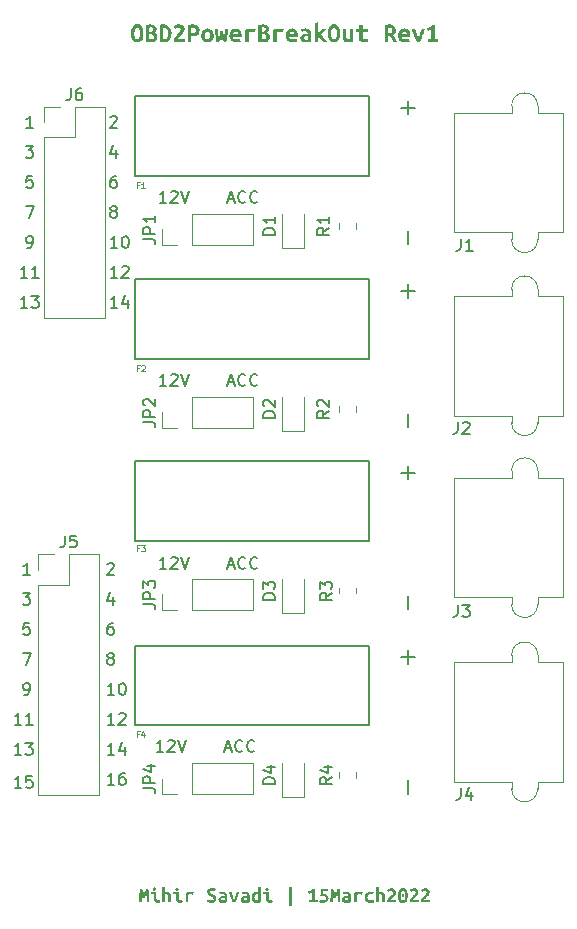
<source format=gbr>
%TF.GenerationSoftware,KiCad,Pcbnew,(6.0.0)*%
%TF.CreationDate,2022-03-16T00:12:02-04:00*%
%TF.ProjectId,OBD2PowerBreakOut_rev1,4f424432-506f-4776-9572-427265616b4f,rev?*%
%TF.SameCoordinates,Original*%
%TF.FileFunction,Legend,Top*%
%TF.FilePolarity,Positive*%
%FSLAX46Y46*%
G04 Gerber Fmt 4.6, Leading zero omitted, Abs format (unit mm)*
G04 Created by KiCad (PCBNEW (6.0.0)) date 2022-03-16 00:12:02*
%MOMM*%
%LPD*%
G01*
G04 APERTURE LIST*
%ADD10C,0.150000*%
%ADD11C,0.100000*%
%ADD12C,0.120000*%
%ADD13C,0.200000*%
G04 APERTURE END LIST*
D10*
X143065523Y-90622380D02*
X142494095Y-90622380D01*
X142779809Y-90622380D02*
X142779809Y-89622380D01*
X142684571Y-89765238D01*
X142589333Y-89860476D01*
X142494095Y-89908095D01*
X143922666Y-89622380D02*
X143732190Y-89622380D01*
X143636952Y-89670000D01*
X143589333Y-89717619D01*
X143494095Y-89860476D01*
X143446476Y-90050952D01*
X143446476Y-90431904D01*
X143494095Y-90527142D01*
X143541714Y-90574761D01*
X143636952Y-90622380D01*
X143827428Y-90622380D01*
X143922666Y-90574761D01*
X143970285Y-90527142D01*
X144017904Y-90431904D01*
X144017904Y-90193809D01*
X143970285Y-90098571D01*
X143922666Y-90050952D01*
X143827428Y-90003333D01*
X143636952Y-90003333D01*
X143541714Y-90050952D01*
X143494095Y-90098571D01*
X143446476Y-90193809D01*
X143065523Y-88082380D02*
X142494095Y-88082380D01*
X142779809Y-88082380D02*
X142779809Y-87082380D01*
X142684571Y-87225238D01*
X142589333Y-87320476D01*
X142494095Y-87368095D01*
X143922666Y-87415714D02*
X143922666Y-88082380D01*
X143684571Y-87034761D02*
X143446476Y-87749047D01*
X144065523Y-87749047D01*
X142652761Y-79890952D02*
X142557523Y-79843333D01*
X142509904Y-79795714D01*
X142462285Y-79700476D01*
X142462285Y-79652857D01*
X142509904Y-79557619D01*
X142557523Y-79510000D01*
X142652761Y-79462380D01*
X142843238Y-79462380D01*
X142938476Y-79510000D01*
X142986095Y-79557619D01*
X143033714Y-79652857D01*
X143033714Y-79700476D01*
X142986095Y-79795714D01*
X142938476Y-79843333D01*
X142843238Y-79890952D01*
X142652761Y-79890952D01*
X142557523Y-79938571D01*
X142509904Y-79986190D01*
X142462285Y-80081428D01*
X142462285Y-80271904D01*
X142509904Y-80367142D01*
X142557523Y-80414761D01*
X142652761Y-80462380D01*
X142843238Y-80462380D01*
X142938476Y-80414761D01*
X142986095Y-80367142D01*
X143033714Y-80271904D01*
X143033714Y-80081428D01*
X142986095Y-79986190D01*
X142938476Y-79938571D01*
X142843238Y-79890952D01*
X142462285Y-71937619D02*
X142509904Y-71890000D01*
X142605142Y-71842380D01*
X142843238Y-71842380D01*
X142938476Y-71890000D01*
X142986095Y-71937619D01*
X143033714Y-72032857D01*
X143033714Y-72128095D01*
X142986095Y-72270952D01*
X142414666Y-72842380D01*
X143033714Y-72842380D01*
X142938476Y-76922380D02*
X142748000Y-76922380D01*
X142652761Y-76970000D01*
X142605142Y-77017619D01*
X142509904Y-77160476D01*
X142462285Y-77350952D01*
X142462285Y-77731904D01*
X142509904Y-77827142D01*
X142557523Y-77874761D01*
X142652761Y-77922380D01*
X142843238Y-77922380D01*
X142938476Y-77874761D01*
X142986095Y-77827142D01*
X143033714Y-77731904D01*
X143033714Y-77493809D01*
X142986095Y-77398571D01*
X142938476Y-77350952D01*
X142843238Y-77303333D01*
X142652761Y-77303333D01*
X142557523Y-77350952D01*
X142509904Y-77398571D01*
X142462285Y-77493809D01*
X143065523Y-85542380D02*
X142494095Y-85542380D01*
X142779809Y-85542380D02*
X142779809Y-84542380D01*
X142684571Y-84685238D01*
X142589333Y-84780476D01*
X142494095Y-84828095D01*
X143446476Y-84637619D02*
X143494095Y-84590000D01*
X143589333Y-84542380D01*
X143827428Y-84542380D01*
X143922666Y-84590000D01*
X143970285Y-84637619D01*
X144017904Y-84732857D01*
X144017904Y-84828095D01*
X143970285Y-84970952D01*
X143398857Y-85542380D01*
X144017904Y-85542380D01*
X142938476Y-74715714D02*
X142938476Y-75382380D01*
X142700380Y-74334761D02*
X142462285Y-75049047D01*
X143081333Y-75049047D01*
X143065523Y-83002380D02*
X142494095Y-83002380D01*
X142779809Y-83002380D02*
X142779809Y-82002380D01*
X142684571Y-82145238D01*
X142589333Y-82240476D01*
X142494095Y-82288095D01*
X143684571Y-82002380D02*
X143779809Y-82002380D01*
X143875047Y-82050000D01*
X143922666Y-82097619D01*
X143970285Y-82192857D01*
X144017904Y-82383333D01*
X144017904Y-82621428D01*
X143970285Y-82811904D01*
X143922666Y-82907142D01*
X143875047Y-82954761D01*
X143779809Y-83002380D01*
X143684571Y-83002380D01*
X143589333Y-82954761D01*
X143541714Y-82907142D01*
X143494095Y-82811904D01*
X143446476Y-82621428D01*
X143446476Y-82383333D01*
X143494095Y-82192857D01*
X143541714Y-82097619D01*
X143589333Y-82050000D01*
X143684571Y-82002380D01*
X135191523Y-90876380D02*
X134620095Y-90876380D01*
X134905809Y-90876380D02*
X134905809Y-89876380D01*
X134810571Y-90019238D01*
X134715333Y-90114476D01*
X134620095Y-90162095D01*
X136096285Y-89876380D02*
X135620095Y-89876380D01*
X135572476Y-90352571D01*
X135620095Y-90304952D01*
X135715333Y-90257333D01*
X135953428Y-90257333D01*
X136048666Y-90304952D01*
X136096285Y-90352571D01*
X136143904Y-90447809D01*
X136143904Y-90685904D01*
X136096285Y-90781142D01*
X136048666Y-90828761D01*
X135953428Y-90876380D01*
X135715333Y-90876380D01*
X135620095Y-90828761D01*
X135572476Y-90781142D01*
X135874095Y-76922380D02*
X135397904Y-76922380D01*
X135350285Y-77398571D01*
X135397904Y-77350952D01*
X135493142Y-77303333D01*
X135731238Y-77303333D01*
X135826476Y-77350952D01*
X135874095Y-77398571D01*
X135921714Y-77493809D01*
X135921714Y-77731904D01*
X135874095Y-77827142D01*
X135826476Y-77874761D01*
X135731238Y-77922380D01*
X135493142Y-77922380D01*
X135397904Y-77874761D01*
X135350285Y-77827142D01*
X135191523Y-85542380D02*
X134620095Y-85542380D01*
X134905809Y-85542380D02*
X134905809Y-84542380D01*
X134810571Y-84685238D01*
X134715333Y-84780476D01*
X134620095Y-84828095D01*
X136143904Y-85542380D02*
X135572476Y-85542380D01*
X135858190Y-85542380D02*
X135858190Y-84542380D01*
X135762952Y-84685238D01*
X135667714Y-84780476D01*
X135572476Y-84828095D01*
X135302666Y-74382380D02*
X135921714Y-74382380D01*
X135588380Y-74763333D01*
X135731238Y-74763333D01*
X135826476Y-74810952D01*
X135874095Y-74858571D01*
X135921714Y-74953809D01*
X135921714Y-75191904D01*
X135874095Y-75287142D01*
X135826476Y-75334761D01*
X135731238Y-75382380D01*
X135445523Y-75382380D01*
X135350285Y-75334761D01*
X135302666Y-75287142D01*
X135445523Y-83002380D02*
X135636000Y-83002380D01*
X135731238Y-82954761D01*
X135778857Y-82907142D01*
X135874095Y-82764285D01*
X135921714Y-82573809D01*
X135921714Y-82192857D01*
X135874095Y-82097619D01*
X135826476Y-82050000D01*
X135731238Y-82002380D01*
X135540761Y-82002380D01*
X135445523Y-82050000D01*
X135397904Y-82097619D01*
X135350285Y-82192857D01*
X135350285Y-82430952D01*
X135397904Y-82526190D01*
X135445523Y-82573809D01*
X135540761Y-82621428D01*
X135731238Y-82621428D01*
X135826476Y-82573809D01*
X135874095Y-82526190D01*
X135921714Y-82430952D01*
X135921714Y-72842380D02*
X135350285Y-72842380D01*
X135636000Y-72842380D02*
X135636000Y-71842380D01*
X135540761Y-71985238D01*
X135445523Y-72080476D01*
X135350285Y-72128095D01*
X135191523Y-88082380D02*
X134620095Y-88082380D01*
X134905809Y-88082380D02*
X134905809Y-87082380D01*
X134810571Y-87225238D01*
X134715333Y-87320476D01*
X134620095Y-87368095D01*
X135524857Y-87082380D02*
X136143904Y-87082380D01*
X135810571Y-87463333D01*
X135953428Y-87463333D01*
X136048666Y-87510952D01*
X136096285Y-87558571D01*
X136143904Y-87653809D01*
X136143904Y-87891904D01*
X136096285Y-87987142D01*
X136048666Y-88034761D01*
X135953428Y-88082380D01*
X135667714Y-88082380D01*
X135572476Y-88034761D01*
X135524857Y-87987142D01*
X135302666Y-79462380D02*
X135969333Y-79462380D01*
X135540761Y-80462380D01*
X135699523Y-50236380D02*
X135128095Y-50236380D01*
X135413809Y-50236380D02*
X135413809Y-49236380D01*
X135318571Y-49379238D01*
X135223333Y-49474476D01*
X135128095Y-49522095D01*
X136032857Y-49236380D02*
X136651904Y-49236380D01*
X136318571Y-49617333D01*
X136461428Y-49617333D01*
X136556666Y-49664952D01*
X136604285Y-49712571D01*
X136651904Y-49807809D01*
X136651904Y-50045904D01*
X136604285Y-50141142D01*
X136556666Y-50188761D01*
X136461428Y-50236380D01*
X136175714Y-50236380D01*
X136080476Y-50188761D01*
X136032857Y-50141142D01*
X135556666Y-41616380D02*
X136223333Y-41616380D01*
X135794761Y-42616380D01*
X136175714Y-34996380D02*
X135604285Y-34996380D01*
X135890000Y-34996380D02*
X135890000Y-33996380D01*
X135794761Y-34139238D01*
X135699523Y-34234476D01*
X135604285Y-34282095D01*
X136128095Y-39076380D02*
X135651904Y-39076380D01*
X135604285Y-39552571D01*
X135651904Y-39504952D01*
X135747142Y-39457333D01*
X135985238Y-39457333D01*
X136080476Y-39504952D01*
X136128095Y-39552571D01*
X136175714Y-39647809D01*
X136175714Y-39885904D01*
X136128095Y-39981142D01*
X136080476Y-40028761D01*
X135985238Y-40076380D01*
X135747142Y-40076380D01*
X135651904Y-40028761D01*
X135604285Y-39981142D01*
X135699523Y-47696380D02*
X135128095Y-47696380D01*
X135413809Y-47696380D02*
X135413809Y-46696380D01*
X135318571Y-46839238D01*
X135223333Y-46934476D01*
X135128095Y-46982095D01*
X136651904Y-47696380D02*
X136080476Y-47696380D01*
X136366190Y-47696380D02*
X136366190Y-46696380D01*
X136270952Y-46839238D01*
X136175714Y-46934476D01*
X136080476Y-46982095D01*
X135556666Y-36536380D02*
X136175714Y-36536380D01*
X135842380Y-36917333D01*
X135985238Y-36917333D01*
X136080476Y-36964952D01*
X136128095Y-37012571D01*
X136175714Y-37107809D01*
X136175714Y-37345904D01*
X136128095Y-37441142D01*
X136080476Y-37488761D01*
X135985238Y-37536380D01*
X135699523Y-37536380D01*
X135604285Y-37488761D01*
X135556666Y-37441142D01*
X135699523Y-45156380D02*
X135890000Y-45156380D01*
X135985238Y-45108761D01*
X136032857Y-45061142D01*
X136128095Y-44918285D01*
X136175714Y-44727809D01*
X136175714Y-44346857D01*
X136128095Y-44251619D01*
X136080476Y-44204000D01*
X135985238Y-44156380D01*
X135794761Y-44156380D01*
X135699523Y-44204000D01*
X135651904Y-44251619D01*
X135604285Y-44346857D01*
X135604285Y-44584952D01*
X135651904Y-44680190D01*
X135699523Y-44727809D01*
X135794761Y-44775428D01*
X135985238Y-44775428D01*
X136080476Y-44727809D01*
X136128095Y-44680190D01*
X136175714Y-44584952D01*
X152685904Y-56554666D02*
X153162095Y-56554666D01*
X152590666Y-56840380D02*
X152924000Y-55840380D01*
X153257333Y-56840380D01*
X154162095Y-56745142D02*
X154114476Y-56792761D01*
X153971619Y-56840380D01*
X153876380Y-56840380D01*
X153733523Y-56792761D01*
X153638285Y-56697523D01*
X153590666Y-56602285D01*
X153543047Y-56411809D01*
X153543047Y-56268952D01*
X153590666Y-56078476D01*
X153638285Y-55983238D01*
X153733523Y-55888000D01*
X153876380Y-55840380D01*
X153971619Y-55840380D01*
X154114476Y-55888000D01*
X154162095Y-55935619D01*
X155162095Y-56745142D02*
X155114476Y-56792761D01*
X154971619Y-56840380D01*
X154876380Y-56840380D01*
X154733523Y-56792761D01*
X154638285Y-56697523D01*
X154590666Y-56602285D01*
X154543047Y-56411809D01*
X154543047Y-56268952D01*
X154590666Y-56078476D01*
X154638285Y-55983238D01*
X154733523Y-55888000D01*
X154876380Y-55840380D01*
X154971619Y-55840380D01*
X155114476Y-55888000D01*
X155162095Y-55935619D01*
X142906761Y-42044952D02*
X142811523Y-41997333D01*
X142763904Y-41949714D01*
X142716285Y-41854476D01*
X142716285Y-41806857D01*
X142763904Y-41711619D01*
X142811523Y-41664000D01*
X142906761Y-41616380D01*
X143097238Y-41616380D01*
X143192476Y-41664000D01*
X143240095Y-41711619D01*
X143287714Y-41806857D01*
X143287714Y-41854476D01*
X143240095Y-41949714D01*
X143192476Y-41997333D01*
X143097238Y-42044952D01*
X142906761Y-42044952D01*
X142811523Y-42092571D01*
X142763904Y-42140190D01*
X142716285Y-42235428D01*
X142716285Y-42425904D01*
X142763904Y-42521142D01*
X142811523Y-42568761D01*
X142906761Y-42616380D01*
X143097238Y-42616380D01*
X143192476Y-42568761D01*
X143240095Y-42521142D01*
X143287714Y-42425904D01*
X143287714Y-42235428D01*
X143240095Y-42140190D01*
X143192476Y-42092571D01*
X143097238Y-42044952D01*
X147462952Y-72334380D02*
X146891523Y-72334380D01*
X147177238Y-72334380D02*
X147177238Y-71334380D01*
X147082000Y-71477238D01*
X146986761Y-71572476D01*
X146891523Y-71620095D01*
X147843904Y-71429619D02*
X147891523Y-71382000D01*
X147986761Y-71334380D01*
X148224857Y-71334380D01*
X148320095Y-71382000D01*
X148367714Y-71429619D01*
X148415333Y-71524857D01*
X148415333Y-71620095D01*
X148367714Y-71762952D01*
X147796285Y-72334380D01*
X148415333Y-72334380D01*
X148701047Y-71334380D02*
X149034380Y-72334380D01*
X149367714Y-71334380D01*
X142716285Y-34091619D02*
X142763904Y-34044000D01*
X142859142Y-33996380D01*
X143097238Y-33996380D01*
X143192476Y-34044000D01*
X143240095Y-34091619D01*
X143287714Y-34186857D01*
X143287714Y-34282095D01*
X143240095Y-34424952D01*
X142668666Y-34996380D01*
X143287714Y-34996380D01*
X147462952Y-56840380D02*
X146891523Y-56840380D01*
X147177238Y-56840380D02*
X147177238Y-55840380D01*
X147082000Y-55983238D01*
X146986761Y-56078476D01*
X146891523Y-56126095D01*
X147843904Y-55935619D02*
X147891523Y-55888000D01*
X147986761Y-55840380D01*
X148224857Y-55840380D01*
X148320095Y-55888000D01*
X148367714Y-55935619D01*
X148415333Y-56030857D01*
X148415333Y-56126095D01*
X148367714Y-56268952D01*
X147796285Y-56840380D01*
X148415333Y-56840380D01*
X148701047Y-55840380D02*
X149034380Y-56840380D01*
X149367714Y-55840380D01*
X143192476Y-36869714D02*
X143192476Y-37536380D01*
X142954380Y-36488761D02*
X142716285Y-37203047D01*
X143335333Y-37203047D01*
X152431904Y-87542666D02*
X152908095Y-87542666D01*
X152336666Y-87828380D02*
X152670000Y-86828380D01*
X153003333Y-87828380D01*
X153908095Y-87733142D02*
X153860476Y-87780761D01*
X153717619Y-87828380D01*
X153622380Y-87828380D01*
X153479523Y-87780761D01*
X153384285Y-87685523D01*
X153336666Y-87590285D01*
X153289047Y-87399809D01*
X153289047Y-87256952D01*
X153336666Y-87066476D01*
X153384285Y-86971238D01*
X153479523Y-86876000D01*
X153622380Y-86828380D01*
X153717619Y-86828380D01*
X153860476Y-86876000D01*
X153908095Y-86923619D01*
X154908095Y-87733142D02*
X154860476Y-87780761D01*
X154717619Y-87828380D01*
X154622380Y-87828380D01*
X154479523Y-87780761D01*
X154384285Y-87685523D01*
X154336666Y-87590285D01*
X154289047Y-87399809D01*
X154289047Y-87256952D01*
X154336666Y-87066476D01*
X154384285Y-86971238D01*
X154479523Y-86876000D01*
X154622380Y-86828380D01*
X154717619Y-86828380D01*
X154860476Y-86876000D01*
X154908095Y-86923619D01*
X152685904Y-72048666D02*
X153162095Y-72048666D01*
X152590666Y-72334380D02*
X152924000Y-71334380D01*
X153257333Y-72334380D01*
X154162095Y-72239142D02*
X154114476Y-72286761D01*
X153971619Y-72334380D01*
X153876380Y-72334380D01*
X153733523Y-72286761D01*
X153638285Y-72191523D01*
X153590666Y-72096285D01*
X153543047Y-71905809D01*
X153543047Y-71762952D01*
X153590666Y-71572476D01*
X153638285Y-71477238D01*
X153733523Y-71382000D01*
X153876380Y-71334380D01*
X153971619Y-71334380D01*
X154114476Y-71382000D01*
X154162095Y-71429619D01*
X155162095Y-72239142D02*
X155114476Y-72286761D01*
X154971619Y-72334380D01*
X154876380Y-72334380D01*
X154733523Y-72286761D01*
X154638285Y-72191523D01*
X154590666Y-72096285D01*
X154543047Y-71905809D01*
X154543047Y-71762952D01*
X154590666Y-71572476D01*
X154638285Y-71477238D01*
X154733523Y-71382000D01*
X154876380Y-71334380D01*
X154971619Y-71334380D01*
X155114476Y-71382000D01*
X155162095Y-71429619D01*
X152685904Y-41060666D02*
X153162095Y-41060666D01*
X152590666Y-41346380D02*
X152924000Y-40346380D01*
X153257333Y-41346380D01*
X154162095Y-41251142D02*
X154114476Y-41298761D01*
X153971619Y-41346380D01*
X153876380Y-41346380D01*
X153733523Y-41298761D01*
X153638285Y-41203523D01*
X153590666Y-41108285D01*
X153543047Y-40917809D01*
X153543047Y-40774952D01*
X153590666Y-40584476D01*
X153638285Y-40489238D01*
X153733523Y-40394000D01*
X153876380Y-40346380D01*
X153971619Y-40346380D01*
X154114476Y-40394000D01*
X154162095Y-40441619D01*
X155162095Y-41251142D02*
X155114476Y-41298761D01*
X154971619Y-41346380D01*
X154876380Y-41346380D01*
X154733523Y-41298761D01*
X154638285Y-41203523D01*
X154590666Y-41108285D01*
X154543047Y-40917809D01*
X154543047Y-40774952D01*
X154590666Y-40584476D01*
X154638285Y-40489238D01*
X154733523Y-40394000D01*
X154876380Y-40346380D01*
X154971619Y-40346380D01*
X155114476Y-40394000D01*
X155162095Y-40441619D01*
X143192476Y-39076380D02*
X143002000Y-39076380D01*
X142906761Y-39124000D01*
X142859142Y-39171619D01*
X142763904Y-39314476D01*
X142716285Y-39504952D01*
X142716285Y-39885904D01*
X142763904Y-39981142D01*
X142811523Y-40028761D01*
X142906761Y-40076380D01*
X143097238Y-40076380D01*
X143192476Y-40028761D01*
X143240095Y-39981142D01*
X143287714Y-39885904D01*
X143287714Y-39647809D01*
X143240095Y-39552571D01*
X143192476Y-39504952D01*
X143097238Y-39457333D01*
X142906761Y-39457333D01*
X142811523Y-39504952D01*
X142763904Y-39552571D01*
X142716285Y-39647809D01*
X143319523Y-45156380D02*
X142748095Y-45156380D01*
X143033809Y-45156380D02*
X143033809Y-44156380D01*
X142938571Y-44299238D01*
X142843333Y-44394476D01*
X142748095Y-44442095D01*
X143938571Y-44156380D02*
X144033809Y-44156380D01*
X144129047Y-44204000D01*
X144176666Y-44251619D01*
X144224285Y-44346857D01*
X144271904Y-44537333D01*
X144271904Y-44775428D01*
X144224285Y-44965904D01*
X144176666Y-45061142D01*
X144129047Y-45108761D01*
X144033809Y-45156380D01*
X143938571Y-45156380D01*
X143843333Y-45108761D01*
X143795714Y-45061142D01*
X143748095Y-44965904D01*
X143700476Y-44775428D01*
X143700476Y-44537333D01*
X143748095Y-44346857D01*
X143795714Y-44251619D01*
X143843333Y-44204000D01*
X143938571Y-44156380D01*
X147208952Y-87828380D02*
X146637523Y-87828380D01*
X146923238Y-87828380D02*
X146923238Y-86828380D01*
X146828000Y-86971238D01*
X146732761Y-87066476D01*
X146637523Y-87114095D01*
X147589904Y-86923619D02*
X147637523Y-86876000D01*
X147732761Y-86828380D01*
X147970857Y-86828380D01*
X148066095Y-86876000D01*
X148113714Y-86923619D01*
X148161333Y-87018857D01*
X148161333Y-87114095D01*
X148113714Y-87256952D01*
X147542285Y-87828380D01*
X148161333Y-87828380D01*
X148447047Y-86828380D02*
X148780380Y-87828380D01*
X149113714Y-86828380D01*
X147462952Y-41346380D02*
X146891523Y-41346380D01*
X147177238Y-41346380D02*
X147177238Y-40346380D01*
X147082000Y-40489238D01*
X146986761Y-40584476D01*
X146891523Y-40632095D01*
X147843904Y-40441619D02*
X147891523Y-40394000D01*
X147986761Y-40346380D01*
X148224857Y-40346380D01*
X148320095Y-40394000D01*
X148367714Y-40441619D01*
X148415333Y-40536857D01*
X148415333Y-40632095D01*
X148367714Y-40774952D01*
X147796285Y-41346380D01*
X148415333Y-41346380D01*
X148701047Y-40346380D02*
X149034380Y-41346380D01*
X149367714Y-40346380D01*
X143319523Y-47696380D02*
X142748095Y-47696380D01*
X143033809Y-47696380D02*
X143033809Y-46696380D01*
X142938571Y-46839238D01*
X142843333Y-46934476D01*
X142748095Y-46982095D01*
X143700476Y-46791619D02*
X143748095Y-46744000D01*
X143843333Y-46696380D01*
X144081428Y-46696380D01*
X144176666Y-46744000D01*
X144224285Y-46791619D01*
X144271904Y-46886857D01*
X144271904Y-46982095D01*
X144224285Y-47124952D01*
X143652857Y-47696380D01*
X144271904Y-47696380D01*
X143319523Y-50236380D02*
X142748095Y-50236380D01*
X143033809Y-50236380D02*
X143033809Y-49236380D01*
X142938571Y-49379238D01*
X142843333Y-49474476D01*
X142748095Y-49522095D01*
X144176666Y-49569714D02*
X144176666Y-50236380D01*
X143938571Y-49188761D02*
X143700476Y-49903047D01*
X144319523Y-49903047D01*
%TO.C,J5*%
X138858666Y-69527380D02*
X138858666Y-70241666D01*
X138811047Y-70384523D01*
X138715809Y-70479761D01*
X138572952Y-70527380D01*
X138477714Y-70527380D01*
X139811047Y-69527380D02*
X139334857Y-69527380D01*
X139287238Y-70003571D01*
X139334857Y-69955952D01*
X139430095Y-69908333D01*
X139668190Y-69908333D01*
X139763428Y-69955952D01*
X139811047Y-70003571D01*
X139858666Y-70098809D01*
X139858666Y-70336904D01*
X139811047Y-70432142D01*
X139763428Y-70479761D01*
X139668190Y-70527380D01*
X139430095Y-70527380D01*
X139334857Y-70479761D01*
X139287238Y-70432142D01*
%TO.C,J1*%
X172386666Y-44410380D02*
X172386666Y-45124666D01*
X172339047Y-45267523D01*
X172243809Y-45362761D01*
X172100952Y-45410380D01*
X172005714Y-45410380D01*
X173386666Y-45410380D02*
X172815238Y-45410380D01*
X173100952Y-45410380D02*
X173100952Y-44410380D01*
X173005714Y-44553238D01*
X172910476Y-44648476D01*
X172815238Y-44696095D01*
X167907142Y-33871428D02*
X167907142Y-32728571D01*
X168478571Y-33300000D02*
X167335714Y-33300000D01*
X167907142Y-44871428D02*
X167907142Y-43728571D01*
%TO.C,J3*%
X172132666Y-75398380D02*
X172132666Y-76112666D01*
X172085047Y-76255523D01*
X171989809Y-76350761D01*
X171846952Y-76398380D01*
X171751714Y-76398380D01*
X172513619Y-75398380D02*
X173132666Y-75398380D01*
X172799333Y-75779333D01*
X172942190Y-75779333D01*
X173037428Y-75826952D01*
X173085047Y-75874571D01*
X173132666Y-75969809D01*
X173132666Y-76207904D01*
X173085047Y-76303142D01*
X173037428Y-76350761D01*
X172942190Y-76398380D01*
X172656476Y-76398380D01*
X172561238Y-76350761D01*
X172513619Y-76303142D01*
X167907142Y-64771428D02*
X167907142Y-63628571D01*
X168478571Y-64200000D02*
X167335714Y-64200000D01*
X167907142Y-75771428D02*
X167907142Y-74628571D01*
%TO.C,J2*%
X172132666Y-59904380D02*
X172132666Y-60618666D01*
X172085047Y-60761523D01*
X171989809Y-60856761D01*
X171846952Y-60904380D01*
X171751714Y-60904380D01*
X172561238Y-59999619D02*
X172608857Y-59952000D01*
X172704095Y-59904380D01*
X172942190Y-59904380D01*
X173037428Y-59952000D01*
X173085047Y-59999619D01*
X173132666Y-60094857D01*
X173132666Y-60190095D01*
X173085047Y-60332952D01*
X172513619Y-60904380D01*
X173132666Y-60904380D01*
X167907142Y-49371428D02*
X167907142Y-48228571D01*
X168478571Y-48800000D02*
X167335714Y-48800000D01*
X167907142Y-60371428D02*
X167907142Y-59228571D01*
%TO.C,J4*%
X172386666Y-90892380D02*
X172386666Y-91606666D01*
X172339047Y-91749523D01*
X172243809Y-91844761D01*
X172100952Y-91892380D01*
X172005714Y-91892380D01*
X173291428Y-91225714D02*
X173291428Y-91892380D01*
X173053333Y-90844761D02*
X172815238Y-91559047D01*
X173434285Y-91559047D01*
X167907142Y-80371428D02*
X167907142Y-79228571D01*
X168478571Y-79800000D02*
X167335714Y-79800000D01*
X167907142Y-91371428D02*
X167907142Y-90228571D01*
%TO.C,J6*%
X139361666Y-31661380D02*
X139361666Y-32375666D01*
X139314047Y-32518523D01*
X139218809Y-32613761D01*
X139075952Y-32661380D01*
X138980714Y-32661380D01*
X140266428Y-31661380D02*
X140075952Y-31661380D01*
X139980714Y-31709000D01*
X139933095Y-31756619D01*
X139837857Y-31899476D01*
X139790238Y-32089952D01*
X139790238Y-32470904D01*
X139837857Y-32566142D01*
X139885476Y-32613761D01*
X139980714Y-32661380D01*
X140171190Y-32661380D01*
X140266428Y-32613761D01*
X140314047Y-32566142D01*
X140361666Y-32470904D01*
X140361666Y-32232809D01*
X140314047Y-32137571D01*
X140266428Y-32089952D01*
X140171190Y-32042333D01*
X139980714Y-32042333D01*
X139885476Y-32089952D01*
X139837857Y-32137571D01*
X139790238Y-32232809D01*
D11*
%TO.C,F1*%
X145121333Y-39842285D02*
X144954666Y-39842285D01*
X144954666Y-40104190D02*
X144954666Y-39604190D01*
X145192761Y-39604190D01*
X145645142Y-40104190D02*
X145359428Y-40104190D01*
X145502285Y-40104190D02*
X145502285Y-39604190D01*
X145454666Y-39675619D01*
X145407047Y-39723238D01*
X145359428Y-39747047D01*
%TO.C,F4*%
X145121333Y-86324285D02*
X144954666Y-86324285D01*
X144954666Y-86586190D02*
X144954666Y-86086190D01*
X145192761Y-86086190D01*
X145597523Y-86252857D02*
X145597523Y-86586190D01*
X145478476Y-86062380D02*
X145359428Y-86419523D01*
X145668952Y-86419523D01*
%TO.C,F3*%
X145121333Y-70576285D02*
X144954666Y-70576285D01*
X144954666Y-70838190D02*
X144954666Y-70338190D01*
X145192761Y-70338190D01*
X145335619Y-70338190D02*
X145645142Y-70338190D01*
X145478476Y-70528666D01*
X145549904Y-70528666D01*
X145597523Y-70552476D01*
X145621333Y-70576285D01*
X145645142Y-70623904D01*
X145645142Y-70742952D01*
X145621333Y-70790571D01*
X145597523Y-70814380D01*
X145549904Y-70838190D01*
X145407047Y-70838190D01*
X145359428Y-70814380D01*
X145335619Y-70790571D01*
%TO.C,F2*%
X145121333Y-55336285D02*
X144954666Y-55336285D01*
X144954666Y-55598190D02*
X144954666Y-55098190D01*
X145192761Y-55098190D01*
X145359428Y-55145809D02*
X145383238Y-55122000D01*
X145430857Y-55098190D01*
X145549904Y-55098190D01*
X145597523Y-55122000D01*
X145621333Y-55145809D01*
X145645142Y-55193428D01*
X145645142Y-55241047D01*
X145621333Y-55312476D01*
X145335619Y-55598190D01*
X145645142Y-55598190D01*
D10*
%TO.C,JP2*%
X145522380Y-59933333D02*
X146236666Y-59933333D01*
X146379523Y-59980952D01*
X146474761Y-60076190D01*
X146522380Y-60219047D01*
X146522380Y-60314285D01*
X146522380Y-59457142D02*
X145522380Y-59457142D01*
X145522380Y-59076190D01*
X145570000Y-58980952D01*
X145617619Y-58933333D01*
X145712857Y-58885714D01*
X145855714Y-58885714D01*
X145950952Y-58933333D01*
X145998571Y-58980952D01*
X146046190Y-59076190D01*
X146046190Y-59457142D01*
X145617619Y-58504761D02*
X145570000Y-58457142D01*
X145522380Y-58361904D01*
X145522380Y-58123809D01*
X145570000Y-58028571D01*
X145617619Y-57980952D01*
X145712857Y-57933333D01*
X145808095Y-57933333D01*
X145950952Y-57980952D01*
X146522380Y-58552380D01*
X146522380Y-57933333D01*
%TO.C,R2*%
X161234380Y-58966666D02*
X160758190Y-59300000D01*
X161234380Y-59538095D02*
X160234380Y-59538095D01*
X160234380Y-59157142D01*
X160282000Y-59061904D01*
X160329619Y-59014285D01*
X160424857Y-58966666D01*
X160567714Y-58966666D01*
X160662952Y-59014285D01*
X160710571Y-59061904D01*
X160758190Y-59157142D01*
X160758190Y-59538095D01*
X160329619Y-58585714D02*
X160282000Y-58538095D01*
X160234380Y-58442857D01*
X160234380Y-58204761D01*
X160282000Y-58109523D01*
X160329619Y-58061904D01*
X160424857Y-58014285D01*
X160520095Y-58014285D01*
X160662952Y-58061904D01*
X161234380Y-58633333D01*
X161234380Y-58014285D01*
%TO.C,JP1*%
X145522380Y-44433333D02*
X146236666Y-44433333D01*
X146379523Y-44480952D01*
X146474761Y-44576190D01*
X146522380Y-44719047D01*
X146522380Y-44814285D01*
X146522380Y-43957142D02*
X145522380Y-43957142D01*
X145522380Y-43576190D01*
X145570000Y-43480952D01*
X145617619Y-43433333D01*
X145712857Y-43385714D01*
X145855714Y-43385714D01*
X145950952Y-43433333D01*
X145998571Y-43480952D01*
X146046190Y-43576190D01*
X146046190Y-43957142D01*
X146522380Y-42433333D02*
X146522380Y-43004761D01*
X146522380Y-42719047D02*
X145522380Y-42719047D01*
X145665238Y-42814285D01*
X145760476Y-42909523D01*
X145808095Y-43004761D01*
%TO.C,JP3*%
X145522380Y-75333333D02*
X146236666Y-75333333D01*
X146379523Y-75380952D01*
X146474761Y-75476190D01*
X146522380Y-75619047D01*
X146522380Y-75714285D01*
X146522380Y-74857142D02*
X145522380Y-74857142D01*
X145522380Y-74476190D01*
X145570000Y-74380952D01*
X145617619Y-74333333D01*
X145712857Y-74285714D01*
X145855714Y-74285714D01*
X145950952Y-74333333D01*
X145998571Y-74380952D01*
X146046190Y-74476190D01*
X146046190Y-74857142D01*
X145522380Y-73952380D02*
X145522380Y-73333333D01*
X145903333Y-73666666D01*
X145903333Y-73523809D01*
X145950952Y-73428571D01*
X145998571Y-73380952D01*
X146093809Y-73333333D01*
X146331904Y-73333333D01*
X146427142Y-73380952D01*
X146474761Y-73428571D01*
X146522380Y-73523809D01*
X146522380Y-73809523D01*
X146474761Y-73904761D01*
X146427142Y-73952380D01*
%TO.C,D3*%
X156662380Y-74938095D02*
X155662380Y-74938095D01*
X155662380Y-74700000D01*
X155710000Y-74557142D01*
X155805238Y-74461904D01*
X155900476Y-74414285D01*
X156090952Y-74366666D01*
X156233809Y-74366666D01*
X156424285Y-74414285D01*
X156519523Y-74461904D01*
X156614761Y-74557142D01*
X156662380Y-74700000D01*
X156662380Y-74938095D01*
X155662380Y-74033333D02*
X155662380Y-73414285D01*
X156043333Y-73747619D01*
X156043333Y-73604761D01*
X156090952Y-73509523D01*
X156138571Y-73461904D01*
X156233809Y-73414285D01*
X156471904Y-73414285D01*
X156567142Y-73461904D01*
X156614761Y-73509523D01*
X156662380Y-73604761D01*
X156662380Y-73890476D01*
X156614761Y-73985714D01*
X156567142Y-74033333D01*
%TO.C,R3*%
X161488380Y-74366666D02*
X161012190Y-74700000D01*
X161488380Y-74938095D02*
X160488380Y-74938095D01*
X160488380Y-74557142D01*
X160536000Y-74461904D01*
X160583619Y-74414285D01*
X160678857Y-74366666D01*
X160821714Y-74366666D01*
X160916952Y-74414285D01*
X160964571Y-74461904D01*
X161012190Y-74557142D01*
X161012190Y-74938095D01*
X160488380Y-74033333D02*
X160488380Y-73414285D01*
X160869333Y-73747619D01*
X160869333Y-73604761D01*
X160916952Y-73509523D01*
X160964571Y-73461904D01*
X161059809Y-73414285D01*
X161297904Y-73414285D01*
X161393142Y-73461904D01*
X161440761Y-73509523D01*
X161488380Y-73604761D01*
X161488380Y-73890476D01*
X161440761Y-73985714D01*
X161393142Y-74033333D01*
%TO.C,D1*%
X156662380Y-44038095D02*
X155662380Y-44038095D01*
X155662380Y-43800000D01*
X155710000Y-43657142D01*
X155805238Y-43561904D01*
X155900476Y-43514285D01*
X156090952Y-43466666D01*
X156233809Y-43466666D01*
X156424285Y-43514285D01*
X156519523Y-43561904D01*
X156614761Y-43657142D01*
X156662380Y-43800000D01*
X156662380Y-44038095D01*
X156662380Y-42514285D02*
X156662380Y-43085714D01*
X156662380Y-42800000D02*
X155662380Y-42800000D01*
X155805238Y-42895238D01*
X155900476Y-42990476D01*
X155948095Y-43085714D01*
%TO.C,D2*%
X156662380Y-59538095D02*
X155662380Y-59538095D01*
X155662380Y-59300000D01*
X155710000Y-59157142D01*
X155805238Y-59061904D01*
X155900476Y-59014285D01*
X156090952Y-58966666D01*
X156233809Y-58966666D01*
X156424285Y-59014285D01*
X156519523Y-59061904D01*
X156614761Y-59157142D01*
X156662380Y-59300000D01*
X156662380Y-59538095D01*
X155757619Y-58585714D02*
X155710000Y-58538095D01*
X155662380Y-58442857D01*
X155662380Y-58204761D01*
X155710000Y-58109523D01*
X155757619Y-58061904D01*
X155852857Y-58014285D01*
X155948095Y-58014285D01*
X156090952Y-58061904D01*
X156662380Y-58633333D01*
X156662380Y-58014285D01*
%TO.C,R4*%
X161488380Y-89966666D02*
X161012190Y-90300000D01*
X161488380Y-90538095D02*
X160488380Y-90538095D01*
X160488380Y-90157142D01*
X160536000Y-90061904D01*
X160583619Y-90014285D01*
X160678857Y-89966666D01*
X160821714Y-89966666D01*
X160916952Y-90014285D01*
X160964571Y-90061904D01*
X161012190Y-90157142D01*
X161012190Y-90538095D01*
X160821714Y-89109523D02*
X161488380Y-89109523D01*
X160440761Y-89347619D02*
X161155047Y-89585714D01*
X161155047Y-88966666D01*
%TO.C,R1*%
X161234380Y-43466666D02*
X160758190Y-43800000D01*
X161234380Y-44038095D02*
X160234380Y-44038095D01*
X160234380Y-43657142D01*
X160282000Y-43561904D01*
X160329619Y-43514285D01*
X160424857Y-43466666D01*
X160567714Y-43466666D01*
X160662952Y-43514285D01*
X160710571Y-43561904D01*
X160758190Y-43657142D01*
X160758190Y-44038095D01*
X161234380Y-42514285D02*
X161234380Y-43085714D01*
X161234380Y-42800000D02*
X160234380Y-42800000D01*
X160377238Y-42895238D01*
X160472476Y-42990476D01*
X160520095Y-43085714D01*
%TO.C,JP4*%
X145522380Y-90933333D02*
X146236666Y-90933333D01*
X146379523Y-90980952D01*
X146474761Y-91076190D01*
X146522380Y-91219047D01*
X146522380Y-91314285D01*
X146522380Y-90457142D02*
X145522380Y-90457142D01*
X145522380Y-90076190D01*
X145570000Y-89980952D01*
X145617619Y-89933333D01*
X145712857Y-89885714D01*
X145855714Y-89885714D01*
X145950952Y-89933333D01*
X145998571Y-89980952D01*
X146046190Y-90076190D01*
X146046190Y-90457142D01*
X145855714Y-89028571D02*
X146522380Y-89028571D01*
X145474761Y-89266666D02*
X146189047Y-89504761D01*
X146189047Y-88885714D01*
%TO.C,D4*%
X156662380Y-90538095D02*
X155662380Y-90538095D01*
X155662380Y-90300000D01*
X155710000Y-90157142D01*
X155805238Y-90061904D01*
X155900476Y-90014285D01*
X156090952Y-89966666D01*
X156233809Y-89966666D01*
X156424285Y-90014285D01*
X156519523Y-90061904D01*
X156614761Y-90157142D01*
X156662380Y-90300000D01*
X156662380Y-90538095D01*
X155995714Y-89109523D02*
X156662380Y-89109523D01*
X155614761Y-89347619D02*
X156329047Y-89585714D01*
X156329047Y-88966666D01*
D12*
%TO.C,J5*%
X136592000Y-91515000D02*
X141792000Y-91515000D01*
X136592000Y-73675000D02*
X136592000Y-91515000D01*
X141792000Y-71075000D02*
X141792000Y-91515000D01*
X136592000Y-73675000D02*
X139192000Y-73675000D01*
X139192000Y-73675000D02*
X139192000Y-71075000D01*
X139192000Y-71075000D02*
X141792000Y-71075000D01*
X136592000Y-72405000D02*
X136592000Y-71075000D01*
X136592000Y-71075000D02*
X137922000Y-71075000D01*
%TO.C,J1*%
X181010000Y-33740000D02*
X181010000Y-43860000D01*
X176690000Y-43860000D02*
X176690000Y-44450000D01*
X176690000Y-33150000D02*
X176690000Y-33740000D01*
X176690000Y-43860000D02*
X171790000Y-43860000D01*
X178910000Y-33150000D02*
X178910000Y-33740000D01*
X171790000Y-33740000D02*
X171790000Y-43860000D01*
X176690000Y-33740000D02*
X171790000Y-33740000D01*
X181010000Y-33740000D02*
X178910000Y-33740000D01*
X178910000Y-43860000D02*
X178910000Y-44450000D01*
X181010000Y-43860000D02*
X178910000Y-43860000D01*
X176690000Y-44450000D02*
G75*
G03*
X178910000Y-44450000I1110000J0D01*
G01*
X178910000Y-33150000D02*
G75*
G03*
X176690000Y-33150000I-1110000J0D01*
G01*
%TO.C,J3*%
X181010000Y-64640000D02*
X181010000Y-74760000D01*
X176690000Y-74760000D02*
X176690000Y-75350000D01*
X176690000Y-64050000D02*
X176690000Y-64640000D01*
X176690000Y-74760000D02*
X171790000Y-74760000D01*
X178910000Y-64050000D02*
X178910000Y-64640000D01*
X171790000Y-64640000D02*
X171790000Y-74760000D01*
X176690000Y-64640000D02*
X171790000Y-64640000D01*
X181010000Y-64640000D02*
X178910000Y-64640000D01*
X178910000Y-74760000D02*
X178910000Y-75350000D01*
X181010000Y-74760000D02*
X178910000Y-74760000D01*
X176690000Y-75350000D02*
G75*
G03*
X178910000Y-75350000I1110000J0D01*
G01*
X178910000Y-64050000D02*
G75*
G03*
X176690000Y-64050000I-1110000J0D01*
G01*
%TO.C,J2*%
X181010000Y-49240000D02*
X181010000Y-59360000D01*
X176690000Y-59360000D02*
X176690000Y-59950000D01*
X176690000Y-48650000D02*
X176690000Y-49240000D01*
X176690000Y-59360000D02*
X171790000Y-59360000D01*
X178910000Y-48650000D02*
X178910000Y-49240000D01*
X171790000Y-49240000D02*
X171790000Y-59360000D01*
X176690000Y-49240000D02*
X171790000Y-49240000D01*
X181010000Y-49240000D02*
X178910000Y-49240000D01*
X178910000Y-59360000D02*
X178910000Y-59950000D01*
X181010000Y-59360000D02*
X178910000Y-59360000D01*
X176690000Y-59950000D02*
G75*
G03*
X178910000Y-59950000I1110000J0D01*
G01*
X178910000Y-48650000D02*
G75*
G03*
X176690000Y-48650000I-1110000J0D01*
G01*
%TO.C,J4*%
X181010000Y-80240000D02*
X181010000Y-90360000D01*
X176690000Y-90360000D02*
X176690000Y-90950000D01*
X176690000Y-79650000D02*
X176690000Y-80240000D01*
X176690000Y-90360000D02*
X171790000Y-90360000D01*
X178910000Y-79650000D02*
X178910000Y-80240000D01*
X171790000Y-80240000D02*
X171790000Y-90360000D01*
X176690000Y-80240000D02*
X171790000Y-80240000D01*
X181010000Y-80240000D02*
X178910000Y-80240000D01*
X178910000Y-90360000D02*
X178910000Y-90950000D01*
X181010000Y-90360000D02*
X178910000Y-90360000D01*
X176690000Y-90950000D02*
G75*
G03*
X178910000Y-90950000I1110000J0D01*
G01*
X178910000Y-79650000D02*
G75*
G03*
X176690000Y-79650000I-1110000J0D01*
G01*
%TO.C,J6*%
X137095000Y-33209000D02*
X138425000Y-33209000D01*
X137095000Y-34539000D02*
X137095000Y-33209000D01*
X139695000Y-33209000D02*
X142295000Y-33209000D01*
X139695000Y-35809000D02*
X139695000Y-33209000D01*
X137095000Y-35809000D02*
X139695000Y-35809000D01*
X142295000Y-33209000D02*
X142295000Y-51109000D01*
X137095000Y-35809000D02*
X137095000Y-51109000D01*
X137095000Y-51109000D02*
X142295000Y-51109000D01*
D13*
%TO.C,F1*%
X164605000Y-32335000D02*
X144794000Y-32335000D01*
X144794000Y-32335000D02*
X144794000Y-39065000D01*
X144794000Y-39065000D02*
X164605000Y-39065000D01*
X164605000Y-39065000D02*
X164605000Y-32335000D01*
%TO.C,F4*%
X164591000Y-78835000D02*
X144780000Y-78835000D01*
X144780000Y-78835000D02*
X144780000Y-85565000D01*
X144780000Y-85565000D02*
X164591000Y-85565000D01*
X164591000Y-85565000D02*
X164591000Y-78835000D01*
%TO.C,F3*%
X164605000Y-63235000D02*
X144794000Y-63235000D01*
X144794000Y-63235000D02*
X144794000Y-69965000D01*
X144794000Y-69965000D02*
X164605000Y-69965000D01*
X164605000Y-69965000D02*
X164605000Y-63235000D01*
%TO.C,F2*%
X164605000Y-47835000D02*
X144794000Y-47835000D01*
X144794000Y-47835000D02*
X144794000Y-54565000D01*
X144794000Y-54565000D02*
X164605000Y-54565000D01*
X164605000Y-54565000D02*
X164605000Y-47835000D01*
D12*
%TO.C,JP2*%
X148400000Y-60430000D02*
X147070000Y-60430000D01*
X149670000Y-57770000D02*
X154810000Y-57770000D01*
X154810000Y-60430000D02*
X154810000Y-57770000D01*
X147070000Y-60430000D02*
X147070000Y-59100000D01*
X149670000Y-60430000D02*
X149670000Y-57770000D01*
X149670000Y-60430000D02*
X154810000Y-60430000D01*
%TO.C,kibuzzard-6231482B*%
G36*
X158090553Y-100898960D02*
G01*
X157854333Y-100898960D01*
X157854333Y-99253040D01*
X158090553Y-99253040D01*
X158090553Y-100898960D01*
G37*
G36*
X168568053Y-99399725D02*
G01*
X168686163Y-99462590D01*
X168768078Y-99568317D01*
X168798558Y-99715955D01*
X168775698Y-99833112D01*
X168714738Y-99942650D01*
X168629013Y-100045520D01*
X168531858Y-100140770D01*
X168474708Y-100195063D01*
X168413748Y-100259833D01*
X168365170Y-100327460D01*
X168345168Y-100390325D01*
X168851898Y-100390325D01*
X168851898Y-100584635D01*
X168082278Y-100584635D01*
X168077515Y-100537010D01*
X168078468Y-100497005D01*
X168087278Y-100405565D01*
X168113710Y-100321745D01*
X168153715Y-100244831D01*
X168203245Y-100174108D01*
X168259443Y-100108861D01*
X168319450Y-100048377D01*
X168379458Y-99991466D01*
X168435655Y-99936935D01*
X168525190Y-99834065D01*
X168560433Y-99733100D01*
X168516618Y-99621657D01*
X168406128Y-99582605D01*
X168289923Y-99609275D01*
X168169908Y-99698810D01*
X168053703Y-99534980D01*
X168135856Y-99465447D01*
X168229915Y-99416870D01*
X168329689Y-99388295D01*
X168428988Y-99378770D01*
X168568053Y-99399725D01*
G37*
G36*
X167878919Y-100264595D02*
G01*
X167846177Y-100370799D01*
X167800338Y-100457000D01*
X167719904Y-100541667D01*
X167618304Y-100592467D01*
X167495538Y-100609400D01*
X167372771Y-100592467D01*
X167271171Y-100541667D01*
X167190738Y-100457000D01*
X167144898Y-100370799D01*
X167112156Y-100264595D01*
X167092511Y-100138389D01*
X167085963Y-99992180D01*
X167297418Y-99992180D01*
X167303133Y-100117169D01*
X167320278Y-100220357D01*
X167348853Y-100301743D01*
X167411241Y-100381038D01*
X167495538Y-100407470D01*
X167581024Y-100381038D01*
X167643175Y-100301743D01*
X167671221Y-100220357D01*
X167688048Y-100117169D01*
X167693658Y-99992180D01*
X167688048Y-99868249D01*
X167671221Y-99765697D01*
X167643175Y-99684522D01*
X167581024Y-99605227D01*
X167495538Y-99578795D01*
X167411241Y-99605227D01*
X167348853Y-99684522D01*
X167320278Y-99765697D01*
X167303133Y-99868249D01*
X167297418Y-99992180D01*
X167085963Y-99992180D01*
X167092630Y-99847638D01*
X167112633Y-99722622D01*
X167145970Y-99617133D01*
X167192643Y-99531170D01*
X167273711Y-99446503D01*
X167374676Y-99395703D01*
X167495538Y-99378770D01*
X167618304Y-99395597D01*
X167719904Y-99446080D01*
X167800338Y-99530217D01*
X167846177Y-99615883D01*
X167878919Y-99721432D01*
X167898564Y-99846864D01*
X167905113Y-99992180D01*
X167898564Y-100138389D01*
X167878919Y-100264595D01*
G37*
G36*
X151425672Y-99384961D02*
G01*
X151513540Y-99403535D01*
X151649747Y-99458780D01*
X151581167Y-99639755D01*
X151475440Y-99594035D01*
X151341137Y-99574985D01*
X151237421Y-99590013D01*
X151175191Y-99635098D01*
X151154447Y-99710240D01*
X151173497Y-99770247D01*
X151222075Y-99815967D01*
X151288750Y-99851210D01*
X151362092Y-99879785D01*
X151477345Y-99926457D01*
X151587835Y-99995037D01*
X151670702Y-100101718D01*
X151694991Y-100173869D01*
X151703087Y-100262690D01*
X151676179Y-100409613D01*
X151595455Y-100518913D01*
X151511317Y-100569183D01*
X151402415Y-100599346D01*
X151268747Y-100609400D01*
X151136826Y-100601542D01*
X151034432Y-100577968D01*
X150902987Y-100519865D01*
X150971567Y-100329365D01*
X151094440Y-100386515D01*
X151173736Y-100406518D01*
X151268747Y-100413185D01*
X151366855Y-100400803D01*
X151428767Y-100366513D01*
X151460200Y-100316983D01*
X151468772Y-100260785D01*
X151447817Y-100196015D01*
X151394477Y-100145533D01*
X151322087Y-100105528D01*
X151242077Y-100072190D01*
X151131587Y-100028375D01*
X151027765Y-99965510D01*
X150950612Y-99871212D01*
X150920132Y-99731195D01*
X150947041Y-99583557D01*
X151027765Y-99472115D01*
X151108516Y-99420257D01*
X151207258Y-99389142D01*
X151323992Y-99378770D01*
X151425672Y-99384961D01*
G37*
G36*
X146614832Y-100243640D02*
G01*
X146644360Y-100362703D01*
X146742467Y-100401755D01*
X146820572Y-100393183D01*
X146923442Y-100357940D01*
X146953922Y-100546535D01*
X146817715Y-100593208D01*
X146700557Y-100605590D01*
X146616499Y-100598922D01*
X146547205Y-100578920D01*
X146448145Y-100501768D01*
X146395757Y-100378895D01*
X146384327Y-100301266D01*
X146380517Y-100213160D01*
X146380517Y-99883595D01*
X146132867Y-99883595D01*
X146132867Y-99689285D01*
X146614832Y-99689285D01*
X146614832Y-100243640D01*
G37*
G36*
X152394602Y-100047425D02*
G01*
X152394602Y-100018850D01*
X152352692Y-99907407D01*
X152295542Y-99873832D01*
X152207912Y-99862640D01*
X152079325Y-99872165D01*
X151979312Y-99895025D01*
X151946927Y-99706430D01*
X152070752Y-99678807D01*
X152152191Y-99669521D01*
X152236487Y-99666425D01*
X152337691Y-99672854D01*
X152420320Y-99692142D01*
X152537477Y-99764532D01*
X152600342Y-99878832D01*
X152619392Y-100030280D01*
X152619392Y-100563680D01*
X152466992Y-100590350D01*
X152359836Y-100601780D01*
X152240297Y-100605590D01*
X152085040Y-100590350D01*
X151965977Y-100539868D01*
X151889777Y-100448428D01*
X151863107Y-100310315D01*
X151864432Y-100304600D01*
X152093612Y-100304600D01*
X152139332Y-100391278D01*
X152257442Y-100416995D01*
X152331737Y-100416043D01*
X152394602Y-100411280D01*
X152394602Y-100205540D01*
X152339357Y-100198873D01*
X152280302Y-100196015D01*
X152209817Y-100200778D01*
X152149810Y-100216970D01*
X152108852Y-100249355D01*
X152093612Y-100304600D01*
X151864432Y-100304600D01*
X151893587Y-100178870D01*
X151975502Y-100093145D01*
X152093612Y-100046472D01*
X152232677Y-100032185D01*
X152318879Y-100035995D01*
X152394602Y-100047425D01*
G37*
G36*
X169520553Y-99399725D02*
G01*
X169638663Y-99462590D01*
X169720578Y-99568317D01*
X169751058Y-99715955D01*
X169728198Y-99833112D01*
X169667238Y-99942650D01*
X169581513Y-100045520D01*
X169484358Y-100140770D01*
X169427208Y-100195063D01*
X169366248Y-100259833D01*
X169317670Y-100327460D01*
X169297668Y-100390325D01*
X169804398Y-100390325D01*
X169804398Y-100584635D01*
X169034778Y-100584635D01*
X169030015Y-100537010D01*
X169030968Y-100497005D01*
X169039778Y-100405565D01*
X169066210Y-100321745D01*
X169106215Y-100244831D01*
X169155745Y-100174108D01*
X169211943Y-100108861D01*
X169271950Y-100048377D01*
X169331958Y-99991466D01*
X169388155Y-99936935D01*
X169477690Y-99834065D01*
X169512933Y-99733100D01*
X169469118Y-99621657D01*
X169358628Y-99582605D01*
X169242423Y-99609275D01*
X169122408Y-99698810D01*
X169006203Y-99534980D01*
X169088356Y-99465447D01*
X169182415Y-99416870D01*
X169282189Y-99388295D01*
X169381488Y-99378770D01*
X169520553Y-99399725D01*
G37*
G36*
X163854130Y-99674045D02*
G01*
X163929378Y-99680712D01*
X164010340Y-99692142D01*
X164083683Y-99710240D01*
X164041773Y-99927410D01*
X163987480Y-99915980D01*
X163923663Y-99905502D01*
X163860798Y-99898835D01*
X163809363Y-99896930D01*
X163712208Y-99901692D01*
X163615053Y-99919790D01*
X163615053Y-100584635D01*
X163378833Y-100584635D01*
X163378833Y-99748340D01*
X163473368Y-99717384D01*
X163570285Y-99693095D01*
X163676727Y-99677379D01*
X163799838Y-99672140D01*
X163854130Y-99674045D01*
G37*
G36*
X160039368Y-100390325D02*
G01*
X160273683Y-100390325D01*
X160273683Y-100584635D01*
X159557402Y-100584635D01*
X159557402Y-100390325D01*
X159805053Y-100390325D01*
X159805053Y-99731195D01*
X159683133Y-99798822D01*
X159566927Y-99845495D01*
X159490727Y-99651185D01*
X159589788Y-99607370D01*
X159696468Y-99548315D01*
X159797433Y-99479735D01*
X159879348Y-99405440D01*
X160039368Y-99405440D01*
X160039368Y-100390325D01*
G37*
G36*
X161644330Y-99508310D02*
G01*
X161687193Y-99643565D01*
X161732913Y-99790250D01*
X161776728Y-99927410D01*
X161824353Y-99781677D01*
X161871978Y-99636897D01*
X161913888Y-99506405D01*
X161948178Y-99405440D01*
X162142488Y-99405440D01*
X162155584Y-99557840D01*
X162168205Y-99706430D01*
X162179635Y-99852401D01*
X162189160Y-99996942D01*
X162197018Y-100141246D01*
X162203448Y-100286503D01*
X162208686Y-100433902D01*
X162212973Y-100584635D01*
X161997708Y-100584635D01*
X162009138Y-99668330D01*
X161864358Y-100167440D01*
X161692908Y-100167440D01*
X161553842Y-99668330D01*
X161563367Y-100584635D01*
X161348103Y-100584635D01*
X161354056Y-100436998D01*
X161360485Y-100283645D01*
X161367391Y-100127911D01*
X161374773Y-99973130D01*
X161383107Y-99821206D01*
X161392870Y-99674045D01*
X161404062Y-99534504D01*
X161416683Y-99405440D01*
X161610992Y-99405440D01*
X161644330Y-99508310D01*
G37*
G36*
X162872103Y-100047425D02*
G01*
X162872103Y-100018850D01*
X162830193Y-99907407D01*
X162773043Y-99873832D01*
X162685413Y-99862640D01*
X162556825Y-99872165D01*
X162456813Y-99895025D01*
X162424428Y-99706430D01*
X162548253Y-99678807D01*
X162629691Y-99669521D01*
X162713988Y-99666425D01*
X162815191Y-99672854D01*
X162897820Y-99692142D01*
X163014978Y-99764532D01*
X163077843Y-99878832D01*
X163096893Y-100030280D01*
X163096893Y-100563680D01*
X162944493Y-100590350D01*
X162837336Y-100601780D01*
X162717798Y-100605590D01*
X162562540Y-100590350D01*
X162443478Y-100539868D01*
X162367278Y-100448428D01*
X162340608Y-100310315D01*
X162341933Y-100304600D01*
X162571113Y-100304600D01*
X162616833Y-100391278D01*
X162734943Y-100416995D01*
X162809238Y-100416043D01*
X162872103Y-100411280D01*
X162872103Y-100205540D01*
X162816858Y-100198873D01*
X162757803Y-100196015D01*
X162687318Y-100200778D01*
X162627310Y-100216970D01*
X162586353Y-100249355D01*
X162571113Y-100304600D01*
X162341933Y-100304600D01*
X162371088Y-100178870D01*
X162453003Y-100093145D01*
X162571113Y-100046472D01*
X162710178Y-100032185D01*
X162796379Y-100035995D01*
X162872103Y-100047425D01*
G37*
G36*
X161159508Y-99599750D02*
G01*
X160753743Y-99599750D01*
X160744218Y-99727385D01*
X160734693Y-99835970D01*
X160878838Y-99855443D01*
X160996313Y-99893543D01*
X161087118Y-99950270D01*
X161151676Y-100025200D01*
X161190411Y-100117910D01*
X161203323Y-100228400D01*
X161174748Y-100379848D01*
X161087118Y-100500815D01*
X161020919Y-100546535D01*
X160940433Y-100580825D01*
X160845659Y-100602256D01*
X160736598Y-100609400D01*
X160643253Y-100603685D01*
X160551813Y-100589397D01*
X160472755Y-100569395D01*
X160418463Y-100548440D01*
X160466088Y-100354130D01*
X160572768Y-100392230D01*
X160645634Y-100405089D01*
X160734693Y-100409375D01*
X160848040Y-100394135D01*
X160918525Y-100355083D01*
X160953768Y-100300790D01*
X160963293Y-100237925D01*
X160947100Y-100147438D01*
X160882330Y-100076953D01*
X160744218Y-100031232D01*
X160640871Y-100019088D01*
X160509903Y-100015040D01*
X160527048Y-99856687D01*
X160540383Y-99701667D01*
X160550384Y-99550934D01*
X160557528Y-99405440D01*
X161159508Y-99405440D01*
X161159508Y-99599750D01*
G37*
G36*
X146561492Y-99321620D02*
G01*
X146605307Y-99432110D01*
X146561492Y-99540695D01*
X146456717Y-99580700D01*
X146352895Y-99540695D01*
X146310032Y-99432110D01*
X146352895Y-99321620D01*
X146456717Y-99281615D01*
X146561492Y-99321620D01*
G37*
G36*
X153023014Y-99764056D02*
G01*
X153045160Y-99843590D01*
X153069687Y-99925743D01*
X153095642Y-100008372D01*
X153122551Y-100090049D01*
X153149935Y-100169345D01*
X153202322Y-100312220D01*
X153257567Y-100169345D01*
X153287809Y-100090049D01*
X153317575Y-100008372D01*
X153346626Y-99925743D01*
X153374725Y-99843590D01*
X153399728Y-99764056D01*
X153419492Y-99689285D01*
X153657617Y-99689285D01*
X153616541Y-99821861D01*
X153573321Y-99949079D01*
X153527958Y-100070940D01*
X153480452Y-100187443D01*
X153416953Y-100332752D01*
X153355992Y-100465149D01*
X153297572Y-100584635D01*
X153101357Y-100584635D01*
X153043890Y-100465149D01*
X152985787Y-100332752D01*
X152927050Y-100187443D01*
X152883295Y-100070940D01*
X152840611Y-99949079D01*
X152798998Y-99821861D01*
X152758457Y-99689285D01*
X153004202Y-99689285D01*
X153023014Y-99764056D01*
G37*
G36*
X148519832Y-100243640D02*
G01*
X148549360Y-100362703D01*
X148647467Y-100401755D01*
X148725572Y-100393183D01*
X148828442Y-100357940D01*
X148858922Y-100546535D01*
X148722715Y-100593208D01*
X148605557Y-100605590D01*
X148521499Y-100598922D01*
X148452205Y-100578920D01*
X148353145Y-100501768D01*
X148300757Y-100378895D01*
X148289327Y-100301266D01*
X148285517Y-100213160D01*
X148285517Y-99883595D01*
X148037867Y-99883595D01*
X148037867Y-99689285D01*
X148519832Y-99689285D01*
X148519832Y-100243640D01*
G37*
G36*
X165468618Y-99696905D02*
G01*
X165537197Y-99678807D01*
X165607683Y-99670235D01*
X165698646Y-99677617D01*
X165773418Y-99699762D01*
X165880098Y-99783582D01*
X165937248Y-99913122D01*
X165950106Y-99992418D01*
X165954393Y-100079810D01*
X165954393Y-100584635D01*
X165720078Y-100584635D01*
X165720078Y-100110290D01*
X165712934Y-100002181D01*
X165691503Y-99929315D01*
X165582918Y-99874070D01*
X165519100Y-99881690D01*
X165468618Y-99895025D01*
X165468618Y-100584635D01*
X165234303Y-100584635D01*
X165234303Y-99302570D01*
X165468618Y-99262565D01*
X165468618Y-99696905D01*
G37*
G36*
X164902833Y-99677855D02*
G01*
X165034278Y-99715955D01*
X164982843Y-99904550D01*
X164898070Y-99880737D01*
X164779008Y-99870260D01*
X164638990Y-99890262D01*
X164548503Y-99945507D01*
X164498973Y-100030280D01*
X164483733Y-100136960D01*
X164501116Y-100247450D01*
X164553265Y-100331270D01*
X164647324Y-100384134D01*
X164790438Y-100401755D01*
X164905690Y-100394135D01*
X165015228Y-100369370D01*
X165049518Y-100561775D01*
X164929503Y-100593208D01*
X164852826Y-100602494D01*
X164763768Y-100605590D01*
X164636371Y-100596541D01*
X164528500Y-100569395D01*
X164439203Y-100526533D01*
X164367528Y-100470335D01*
X164312997Y-100401755D01*
X164275135Y-100321745D01*
X164252989Y-100232686D01*
X164245608Y-100136960D01*
X164253228Y-100042662D01*
X164276088Y-99954080D01*
X164314664Y-99873832D01*
X164369433Y-99804537D01*
X164440632Y-99747387D01*
X164528500Y-99703572D01*
X164633989Y-99675712D01*
X164758053Y-99666425D01*
X164902833Y-99677855D01*
G37*
G36*
X156139832Y-100243640D02*
G01*
X156169360Y-100362703D01*
X156267467Y-100401755D01*
X156345572Y-100393183D01*
X156448443Y-100357940D01*
X156478922Y-100546535D01*
X156342715Y-100593208D01*
X156225557Y-100605590D01*
X156141499Y-100598922D01*
X156072205Y-100578920D01*
X155973145Y-100501768D01*
X155920757Y-100378895D01*
X155909327Y-100301266D01*
X155905517Y-100213160D01*
X155905517Y-99883595D01*
X155657867Y-99883595D01*
X155657867Y-99689285D01*
X156139832Y-99689285D01*
X156139832Y-100243640D01*
G37*
G36*
X147371117Y-99696905D02*
G01*
X147439697Y-99678807D01*
X147510182Y-99670235D01*
X147601146Y-99677617D01*
X147675917Y-99699762D01*
X147782597Y-99783582D01*
X147839747Y-99913122D01*
X147852606Y-99992418D01*
X147856892Y-100079810D01*
X147856892Y-100584635D01*
X147622577Y-100584635D01*
X147622577Y-100110290D01*
X147615434Y-100002181D01*
X147594002Y-99929315D01*
X147485417Y-99874070D01*
X147421600Y-99881690D01*
X147371117Y-99895025D01*
X147371117Y-100584635D01*
X147136802Y-100584635D01*
X147136802Y-99302570D01*
X147371117Y-99262565D01*
X147371117Y-99696905D01*
G37*
G36*
X148466492Y-99321620D02*
G01*
X148510307Y-99432110D01*
X148466492Y-99540695D01*
X148361717Y-99580700D01*
X148257895Y-99540695D01*
X148215032Y-99432110D01*
X148257895Y-99321620D01*
X148361717Y-99281615D01*
X148466492Y-99321620D01*
G37*
G36*
X166663053Y-99399725D02*
G01*
X166781163Y-99462590D01*
X166863078Y-99568317D01*
X166893558Y-99715955D01*
X166870698Y-99833112D01*
X166809738Y-99942650D01*
X166724013Y-100045520D01*
X166626858Y-100140770D01*
X166569708Y-100195063D01*
X166508748Y-100259833D01*
X166460170Y-100327460D01*
X166440168Y-100390325D01*
X166946898Y-100390325D01*
X166946898Y-100584635D01*
X166177278Y-100584635D01*
X166172515Y-100537010D01*
X166173468Y-100497005D01*
X166182278Y-100405565D01*
X166208710Y-100321745D01*
X166248715Y-100244831D01*
X166298245Y-100174108D01*
X166354443Y-100108861D01*
X166414450Y-100048377D01*
X166474458Y-99991466D01*
X166530655Y-99936935D01*
X166620190Y-99834065D01*
X166655433Y-99733100D01*
X166611618Y-99621657D01*
X166501128Y-99582605D01*
X166384923Y-99609275D01*
X166264908Y-99698810D01*
X166148703Y-99534980D01*
X166230856Y-99465447D01*
X166324915Y-99416870D01*
X166424689Y-99388295D01*
X166523988Y-99378770D01*
X166663053Y-99399725D01*
G37*
G36*
X155384024Y-100577015D02*
G01*
X155297822Y-100592255D01*
X155205430Y-100602256D01*
X155114942Y-100605590D01*
X154986567Y-100591832D01*
X154880839Y-100550557D01*
X154797760Y-100481765D01*
X154737964Y-100389055D01*
X154702087Y-100276025D01*
X154690127Y-100142675D01*
X154690973Y-100131245D01*
X154928252Y-100131245D01*
X154939444Y-100240306D01*
X154973020Y-100327460D01*
X155031361Y-100384610D01*
X155116847Y-100403660D01*
X155170187Y-100401755D01*
X155221622Y-100396040D01*
X155221622Y-99908360D01*
X155160662Y-99882642D01*
X155088272Y-99872165D01*
X155015882Y-99888834D01*
X154966352Y-99938840D01*
X154937777Y-100020279D01*
X154928252Y-100131245D01*
X154690973Y-100131245D01*
X154700182Y-100006891D01*
X154730344Y-99891638D01*
X154780615Y-99796917D01*
X154850571Y-99726538D01*
X154939788Y-99684311D01*
X155048267Y-99670235D01*
X155141612Y-99680712D01*
X155221622Y-99710240D01*
X155221622Y-99302570D01*
X155455938Y-99262565D01*
X155455938Y-100557965D01*
X155384024Y-100577015D01*
G37*
G36*
X167572690Y-99883595D02*
G01*
X167602218Y-99973130D01*
X167572690Y-100061712D01*
X167497443Y-100098860D01*
X167419338Y-100061712D01*
X167390763Y-99973130D01*
X167419338Y-99883595D01*
X167497443Y-99845495D01*
X167572690Y-99883595D01*
G37*
G36*
X154299602Y-100047425D02*
G01*
X154299602Y-100018850D01*
X154257692Y-99907407D01*
X154200542Y-99873832D01*
X154112912Y-99862640D01*
X153984325Y-99872165D01*
X153884312Y-99895025D01*
X153851927Y-99706430D01*
X153975752Y-99678807D01*
X154057191Y-99669521D01*
X154141487Y-99666425D01*
X154242691Y-99672854D01*
X154325320Y-99692142D01*
X154442477Y-99764532D01*
X154505342Y-99878832D01*
X154524392Y-100030280D01*
X154524392Y-100563680D01*
X154371992Y-100590350D01*
X154264836Y-100601780D01*
X154145297Y-100605590D01*
X153990040Y-100590350D01*
X153870977Y-100539868D01*
X153794777Y-100448428D01*
X153768107Y-100310315D01*
X153769432Y-100304600D01*
X153998612Y-100304600D01*
X154044332Y-100391278D01*
X154162442Y-100416995D01*
X154236737Y-100416043D01*
X154299602Y-100411280D01*
X154299602Y-100205540D01*
X154244357Y-100198873D01*
X154185302Y-100196015D01*
X154114817Y-100200778D01*
X154054810Y-100216970D01*
X154013852Y-100249355D01*
X153998612Y-100304600D01*
X153769432Y-100304600D01*
X153798587Y-100178870D01*
X153880502Y-100093145D01*
X153998612Y-100046472D01*
X154137677Y-100032185D01*
X154223879Y-100035995D01*
X154299602Y-100047425D01*
G37*
G36*
X156086492Y-99321620D02*
G01*
X156130307Y-99432110D01*
X156086492Y-99540695D01*
X155981717Y-99580700D01*
X155877895Y-99540695D01*
X155835032Y-99432110D01*
X155877895Y-99321620D01*
X155981717Y-99281615D01*
X156086492Y-99321620D01*
G37*
G36*
X149566630Y-99674045D02*
G01*
X149641877Y-99680712D01*
X149722840Y-99692142D01*
X149796182Y-99710240D01*
X149754272Y-99927410D01*
X149699980Y-99915980D01*
X149636162Y-99905502D01*
X149573297Y-99898835D01*
X149521862Y-99896930D01*
X149424707Y-99901692D01*
X149327553Y-99919790D01*
X149327553Y-100584635D01*
X149091332Y-100584635D01*
X149091332Y-99748340D01*
X149185868Y-99717384D01*
X149282785Y-99693095D01*
X149389227Y-99677379D01*
X149512337Y-99672140D01*
X149566630Y-99674045D01*
G37*
G36*
X145451830Y-99508310D02*
G01*
X145494692Y-99643565D01*
X145540412Y-99790250D01*
X145584227Y-99927410D01*
X145631852Y-99781677D01*
X145679477Y-99636897D01*
X145721387Y-99506405D01*
X145755677Y-99405440D01*
X145949987Y-99405440D01*
X145963084Y-99557840D01*
X145975705Y-99706430D01*
X145987135Y-99852401D01*
X145996660Y-99996942D01*
X146004518Y-100141246D01*
X146010947Y-100286503D01*
X146016186Y-100433902D01*
X146020472Y-100584635D01*
X145805207Y-100584635D01*
X145816637Y-99668330D01*
X145671857Y-100167440D01*
X145500407Y-100167440D01*
X145361342Y-99668330D01*
X145370867Y-100584635D01*
X145155602Y-100584635D01*
X145161556Y-100436998D01*
X145167985Y-100283645D01*
X145174891Y-100127911D01*
X145182272Y-99973130D01*
X145190607Y-99821206D01*
X145200370Y-99674045D01*
X145211562Y-99534504D01*
X145224182Y-99405440D01*
X145418492Y-99405440D01*
X145451830Y-99508310D01*
G37*
%TO.C,R2*%
X163535000Y-59027064D02*
X163535000Y-58572936D01*
X162065000Y-59027064D02*
X162065000Y-58572936D01*
%TO.C,JP1*%
X148400000Y-44930000D02*
X147070000Y-44930000D01*
X149670000Y-42270000D02*
X154810000Y-42270000D01*
X154810000Y-44930000D02*
X154810000Y-42270000D01*
X147070000Y-44930000D02*
X147070000Y-43600000D01*
X149670000Y-44930000D02*
X149670000Y-42270000D01*
X149670000Y-44930000D02*
X154810000Y-44930000D01*
%TO.C,JP3*%
X148400000Y-75830000D02*
X147070000Y-75830000D01*
X149670000Y-73170000D02*
X154810000Y-73170000D01*
X154810000Y-75830000D02*
X154810000Y-73170000D01*
X147070000Y-75830000D02*
X147070000Y-74500000D01*
X149670000Y-75830000D02*
X149670000Y-73170000D01*
X149670000Y-75830000D02*
X154810000Y-75830000D01*
%TO.C,D3*%
X159160000Y-76060000D02*
X159160000Y-73200000D01*
X157240000Y-73200000D02*
X157240000Y-76060000D01*
X157240000Y-76060000D02*
X159160000Y-76060000D01*
%TO.C,R3*%
X163535000Y-74427064D02*
X163535000Y-73972936D01*
X162065000Y-74427064D02*
X162065000Y-73972936D01*
%TO.C,D1*%
X159160000Y-45160000D02*
X159160000Y-42300000D01*
X157240000Y-42300000D02*
X157240000Y-45160000D01*
X157240000Y-45160000D02*
X159160000Y-45160000D01*
%TO.C,D2*%
X159160000Y-60660000D02*
X159160000Y-57800000D01*
X157240000Y-57800000D02*
X157240000Y-60660000D01*
X157240000Y-60660000D02*
X159160000Y-60660000D01*
%TO.C,R4*%
X163535000Y-90027064D02*
X163535000Y-89572936D01*
X162065000Y-90027064D02*
X162065000Y-89572936D01*
%TO.C,R1*%
X163535000Y-43527064D02*
X163535000Y-43072936D01*
X162065000Y-43527064D02*
X162065000Y-43072936D01*
%TO.C,kibuzzard-6231480B*%
G36*
X152853231Y-26925191D02*
G01*
X152905619Y-26822499D01*
X152972294Y-26738262D01*
X153051470Y-26672480D01*
X153141362Y-26625153D01*
X153237803Y-26596578D01*
X153336625Y-26587053D01*
X153488496Y-26603325D01*
X153613908Y-26652141D01*
X153712862Y-26733500D01*
X153784300Y-26846080D01*
X153827162Y-26988558D01*
X153841450Y-27160934D01*
X153840259Y-27220466D01*
X153836687Y-27270472D01*
X153110406Y-27270472D01*
X153133028Y-27368401D01*
X153200894Y-27443113D01*
X153304478Y-27490440D01*
X153434256Y-27506216D01*
X153602134Y-27487166D01*
X153736675Y-27449066D01*
X153777156Y-27699097D01*
X153615231Y-27743150D01*
X153422350Y-27761009D01*
X153286916Y-27751782D01*
X153166366Y-27724100D01*
X153061591Y-27678261D01*
X152973484Y-27614563D01*
X152902940Y-27533302D01*
X152850850Y-27434778D01*
X152818703Y-27318692D01*
X152807987Y-27184747D01*
X152817502Y-27068066D01*
X153110406Y-27068066D01*
X153558081Y-27068066D01*
X153546175Y-26981150D01*
X153508075Y-26906141D01*
X153441400Y-26852562D01*
X153341387Y-26832322D01*
X153242566Y-26851372D01*
X153173509Y-26903759D01*
X153130647Y-26979959D01*
X153110406Y-27068066D01*
X152817502Y-27068066D01*
X152819298Y-27046039D01*
X152853231Y-26925191D01*
G37*
G36*
X148717000Y-26253678D02*
G01*
X148864637Y-26332259D01*
X148967031Y-26464419D01*
X149005131Y-26648966D01*
X148976556Y-26795412D01*
X148900356Y-26932334D01*
X148793200Y-27060922D01*
X148671756Y-27179984D01*
X148600319Y-27247850D01*
X148524119Y-27328813D01*
X148463397Y-27413347D01*
X148438394Y-27491928D01*
X149071806Y-27491928D01*
X149071806Y-27734816D01*
X148109781Y-27734816D01*
X148103828Y-27675284D01*
X148105019Y-27625278D01*
X148116032Y-27510978D01*
X148149072Y-27406203D01*
X148199078Y-27310060D01*
X148260991Y-27221656D01*
X148331237Y-27140098D01*
X148406247Y-27064494D01*
X148481256Y-26993354D01*
X148551503Y-26925191D01*
X148663422Y-26796603D01*
X148707475Y-26670397D01*
X148652706Y-26531094D01*
X148514594Y-26482278D01*
X148369337Y-26515616D01*
X148219319Y-26627534D01*
X148074062Y-26422747D01*
X148176754Y-26335831D01*
X148294328Y-26275109D01*
X148419046Y-26239391D01*
X148543169Y-26227484D01*
X148717000Y-26253678D01*
G37*
G36*
X162692556Y-27201416D02*
G01*
X162701784Y-27336254D01*
X162729466Y-27431206D01*
X162873531Y-27506216D01*
X163006881Y-27494309D01*
X163006881Y-26615628D01*
X163302156Y-26615628D01*
X163302156Y-27696716D01*
X163212562Y-27718147D01*
X163105703Y-27739578D01*
X162985152Y-27755652D01*
X162854481Y-27761009D01*
X162728870Y-27751484D01*
X162628263Y-27722909D01*
X162488959Y-27614563D01*
X162418713Y-27449066D01*
X162404425Y-27349053D01*
X162399663Y-27239516D01*
X162399663Y-26615628D01*
X162692556Y-26615628D01*
X162692556Y-27201416D01*
G37*
G36*
X157112097Y-26596578D02*
G01*
X157206156Y-26604912D01*
X157307359Y-26619200D01*
X157399037Y-26641822D01*
X157346650Y-26913284D01*
X157278784Y-26898997D01*
X157199012Y-26885900D01*
X157120431Y-26877566D01*
X157056137Y-26875184D01*
X156934694Y-26881137D01*
X156813250Y-26903759D01*
X156813250Y-27734816D01*
X156517975Y-27734816D01*
X156517975Y-26689447D01*
X156636145Y-26650752D01*
X156757291Y-26620391D01*
X156890343Y-26600745D01*
X157044231Y-26594197D01*
X157112097Y-26596578D01*
G37*
G36*
X156186981Y-27512169D02*
G01*
X156064347Y-27655044D01*
X155979812Y-27700883D01*
X155880991Y-27731244D01*
X155771155Y-27748210D01*
X155653581Y-27753866D01*
X155554164Y-27751187D01*
X155451175Y-27743150D01*
X155346995Y-27729755D01*
X155244006Y-27711003D01*
X155244006Y-27489547D01*
X155536900Y-27489547D01*
X155604766Y-27496691D01*
X155677394Y-27499072D01*
X155775025Y-27490738D01*
X155859559Y-27459781D01*
X155920281Y-27395488D01*
X155944094Y-27289522D01*
X155876228Y-27135931D01*
X155694062Y-27089497D01*
X155536900Y-27089497D01*
X155536900Y-27489547D01*
X155244006Y-27489547D01*
X155244006Y-26846609D01*
X155536900Y-26846609D01*
X155651200Y-26846609D01*
X155820269Y-26797794D01*
X155877419Y-26663253D01*
X155860750Y-26578719D01*
X155815506Y-26528712D01*
X155748831Y-26504900D01*
X155670250Y-26498947D01*
X155601194Y-26501328D01*
X155536900Y-26508472D01*
X155536900Y-26846609D01*
X155244006Y-26846609D01*
X155244006Y-26279872D01*
X155427362Y-26254869D01*
X155625006Y-26244153D01*
X155776216Y-26252785D01*
X155896469Y-26278681D01*
X156060775Y-26369169D01*
X156141737Y-26494184D01*
X156163169Y-26632297D01*
X156150370Y-26731119D01*
X156111972Y-26818034D01*
X155975050Y-26946622D01*
X156100959Y-27010916D01*
X156178647Y-27094259D01*
X156218830Y-27189509D01*
X156232225Y-27289522D01*
X156220914Y-27411859D01*
X156186981Y-27512169D01*
G37*
G36*
X164083206Y-26615628D02*
G01*
X164552313Y-26615628D01*
X164552313Y-26858516D01*
X164083206Y-26858516D01*
X164083206Y-27310953D01*
X164095113Y-27410966D01*
X164128450Y-27470497D01*
X164180838Y-27499072D01*
X164249894Y-27506216D01*
X164324903Y-27503834D01*
X164391578Y-27495500D01*
X164458253Y-27477641D01*
X164533263Y-27446684D01*
X164573744Y-27699097D01*
X164398722Y-27746722D01*
X164216556Y-27761009D01*
X164035581Y-27744341D01*
X163902231Y-27680047D01*
X163818888Y-27545506D01*
X163797456Y-27445196D01*
X163790313Y-27318097D01*
X163790313Y-26858516D01*
X163535519Y-26858516D01*
X163535519Y-26615628D01*
X163790313Y-26615628D01*
X163790313Y-26334641D01*
X164083206Y-26287016D01*
X164083206Y-26615628D01*
G37*
G36*
X161167961Y-26662360D02*
G01*
X161211865Y-26530275D01*
X161273331Y-26421556D01*
X161379165Y-26313739D01*
X161509340Y-26249048D01*
X161663856Y-26227484D01*
X161823135Y-26249048D01*
X161954898Y-26313739D01*
X162059144Y-26421556D01*
X162118526Y-26530275D01*
X162160942Y-26662360D01*
X162186392Y-26817811D01*
X162194875Y-26996628D01*
X162186243Y-27175445D01*
X162160347Y-27330896D01*
X162117187Y-27462981D01*
X162056763Y-27571700D01*
X161951988Y-27679518D01*
X161821813Y-27744208D01*
X161666238Y-27765772D01*
X161506826Y-27744208D01*
X161374667Y-27679518D01*
X161269759Y-27571700D01*
X161209856Y-27462981D01*
X161167068Y-27330896D01*
X161141395Y-27175445D01*
X161132838Y-26996628D01*
X161430494Y-26996628D01*
X161432577Y-27100510D01*
X161438828Y-27197844D01*
X161472166Y-27360959D01*
X161542412Y-27470497D01*
X161663856Y-27510978D01*
X161784109Y-27470497D01*
X161855547Y-27359769D01*
X161888884Y-27196653D01*
X161895135Y-27100213D01*
X161897219Y-26996628D01*
X161895135Y-26892746D01*
X161888884Y-26795412D01*
X161855547Y-26632297D01*
X161785300Y-26522759D01*
X161663856Y-26482278D01*
X161542412Y-26522759D01*
X161472166Y-26633487D01*
X161438828Y-26796603D01*
X161432577Y-26893044D01*
X161430494Y-26996628D01*
X161132838Y-26996628D01*
X161141618Y-26817811D01*
X161167961Y-26662360D01*
G37*
G36*
X168576327Y-26709092D02*
G01*
X168604009Y-26808509D01*
X168634668Y-26911201D01*
X168667113Y-27014488D01*
X168700748Y-27116584D01*
X168734978Y-27215703D01*
X168800463Y-27394297D01*
X168869519Y-27215703D01*
X168907321Y-27116584D01*
X168944528Y-27014488D01*
X168980842Y-26911201D01*
X169015966Y-26808509D01*
X169047220Y-26709092D01*
X169071925Y-26615628D01*
X169369581Y-26615628D01*
X169318236Y-26781348D01*
X169264211Y-26940371D01*
X169207507Y-27092697D01*
X169148125Y-27238325D01*
X169068750Y-27419961D01*
X168992550Y-27585458D01*
X168919525Y-27734816D01*
X168674256Y-27734816D01*
X168602422Y-27585458D01*
X168529794Y-27419961D01*
X168456372Y-27238325D01*
X168401678Y-27092697D01*
X168348323Y-26940371D01*
X168296307Y-26781348D01*
X168245631Y-26615628D01*
X168552813Y-26615628D01*
X168576327Y-26709092D01*
G37*
G36*
X147401062Y-26254869D02*
G01*
X147527566Y-26287016D01*
X147638591Y-26342082D01*
X147731162Y-26421556D01*
X147805279Y-26525736D01*
X147860941Y-26654919D01*
X147895766Y-26811188D01*
X147907375Y-26996628D01*
X147894576Y-27186235D01*
X147856178Y-27345481D01*
X147795159Y-27476152D01*
X147714494Y-27580034D01*
X147615374Y-27658318D01*
X147498991Y-27712194D01*
X147367724Y-27743448D01*
X147223956Y-27753866D01*
X147070366Y-27745531D01*
X146909631Y-27718147D01*
X146909631Y-27496691D01*
X147202525Y-27496691D01*
X147228719Y-27499072D01*
X147254912Y-27499072D01*
X147422791Y-27460972D01*
X147532328Y-27356197D01*
X147591859Y-27197844D01*
X147605254Y-27101701D01*
X147609719Y-26996628D01*
X147595431Y-26810891D01*
X147545425Y-26651347D01*
X147447794Y-26540619D01*
X147288250Y-26498947D01*
X147245387Y-26500137D01*
X147202525Y-26506091D01*
X147202525Y-27496691D01*
X146909631Y-27496691D01*
X146909631Y-26279872D01*
X147097750Y-26251297D01*
X147262056Y-26244153D01*
X147401062Y-26254869D01*
G37*
G36*
X144499211Y-26662360D02*
G01*
X144543115Y-26530275D01*
X144604581Y-26421556D01*
X144710415Y-26313739D01*
X144840590Y-26249048D01*
X144995106Y-26227484D01*
X145154385Y-26249048D01*
X145286148Y-26313739D01*
X145390394Y-26421556D01*
X145449776Y-26530275D01*
X145492192Y-26662360D01*
X145517642Y-26817811D01*
X145526125Y-26996628D01*
X145517493Y-27175445D01*
X145491597Y-27330896D01*
X145448437Y-27462981D01*
X145388012Y-27571700D01*
X145283237Y-27679518D01*
X145153062Y-27744208D01*
X144997487Y-27765772D01*
X144838076Y-27744208D01*
X144705917Y-27679518D01*
X144601009Y-27571700D01*
X144541106Y-27462981D01*
X144498318Y-27330896D01*
X144472645Y-27175445D01*
X144464087Y-26996628D01*
X144761744Y-26996628D01*
X144763827Y-27100510D01*
X144770078Y-27197844D01*
X144803416Y-27360959D01*
X144873662Y-27470497D01*
X144995106Y-27510978D01*
X145115359Y-27470497D01*
X145186797Y-27359769D01*
X145220134Y-27196653D01*
X145226385Y-27100213D01*
X145228469Y-26996628D01*
X145226385Y-26892746D01*
X145220134Y-26795412D01*
X145186797Y-26632297D01*
X145116550Y-26522759D01*
X144995106Y-26482278D01*
X144873662Y-26522759D01*
X144803416Y-26633487D01*
X144770078Y-26796603D01*
X144763827Y-26893044D01*
X144761744Y-26996628D01*
X144464087Y-26996628D01*
X144472868Y-26817811D01*
X144499211Y-26662360D01*
G37*
G36*
X151826251Y-26752682D02*
G01*
X151832998Y-26887620D01*
X151840009Y-27020441D01*
X151849137Y-27153526D01*
X151862234Y-27289257D01*
X151879300Y-27427634D01*
X151932878Y-27259756D01*
X151973359Y-27112119D01*
X152006697Y-26976388D01*
X152038844Y-26841847D01*
X152250775Y-26841847D01*
X152280541Y-26976388D01*
X152313878Y-27112119D01*
X152351978Y-27259756D01*
X152400794Y-27427634D01*
X152413891Y-27320478D01*
X152424606Y-27218084D01*
X152433238Y-27118370D01*
X152440084Y-27019250D01*
X152449609Y-26821606D01*
X152453479Y-26720701D01*
X152457944Y-26615628D01*
X152707975Y-26615628D01*
X152693613Y-26776362D01*
X152676721Y-26932334D01*
X152657299Y-27083544D01*
X152635347Y-27229991D01*
X152603200Y-27414141D01*
X152568672Y-27582416D01*
X152531762Y-27734816D01*
X152310306Y-27734816D01*
X152261491Y-27599084D01*
X152218628Y-27478831D01*
X152178147Y-27357388D01*
X152136475Y-27218084D01*
X152093612Y-27355006D01*
X152054322Y-27475259D01*
X152012650Y-27596703D01*
X151960262Y-27734816D01*
X151738806Y-27734816D01*
X151711124Y-27624385D01*
X151685228Y-27502644D01*
X151661118Y-27371080D01*
X151638794Y-27231181D01*
X151618553Y-27084437D01*
X151600694Y-26932334D01*
X151584620Y-26775767D01*
X151569737Y-26615628D01*
X151819769Y-26615628D01*
X151826251Y-26752682D01*
G37*
G36*
X154730847Y-26596578D02*
G01*
X154824906Y-26604912D01*
X154926109Y-26619200D01*
X155017787Y-26641822D01*
X154965400Y-26913284D01*
X154897534Y-26898997D01*
X154817762Y-26885900D01*
X154739181Y-26877566D01*
X154674887Y-26875184D01*
X154553444Y-26881137D01*
X154432000Y-26903759D01*
X154432000Y-27734816D01*
X154136725Y-27734816D01*
X154136725Y-26689447D01*
X154254895Y-26650752D01*
X154376041Y-26620391D01*
X154509093Y-26600745D01*
X154662981Y-26594197D01*
X154730847Y-26596578D01*
G37*
G36*
X159456438Y-27063303D02*
G01*
X159456438Y-27027584D01*
X159404050Y-26888281D01*
X159332613Y-26846312D01*
X159223075Y-26832322D01*
X159062341Y-26844228D01*
X158937325Y-26872803D01*
X158896844Y-26637059D01*
X159051625Y-26602531D01*
X159153423Y-26590923D01*
X159258794Y-26587053D01*
X159385298Y-26595090D01*
X159488584Y-26619200D01*
X159635031Y-26709687D01*
X159713613Y-26852562D01*
X159737425Y-27041872D01*
X159737425Y-27708622D01*
X159546925Y-27741959D01*
X159412980Y-27756247D01*
X159263556Y-27761009D01*
X159069484Y-27741959D01*
X158920656Y-27678856D01*
X158825406Y-27564556D01*
X158792069Y-27391916D01*
X158793726Y-27384772D01*
X159080200Y-27384772D01*
X159137350Y-27493119D01*
X159284988Y-27525266D01*
X159377856Y-27524075D01*
X159456438Y-27518122D01*
X159456438Y-27260947D01*
X159387381Y-27252613D01*
X159313563Y-27249041D01*
X159225456Y-27254994D01*
X159150447Y-27275234D01*
X159099250Y-27315716D01*
X159080200Y-27384772D01*
X158793726Y-27384772D01*
X158830169Y-27227609D01*
X158932563Y-27120453D01*
X159080200Y-27062113D01*
X159254031Y-27044253D01*
X159361783Y-27049016D01*
X159456438Y-27063303D01*
G37*
G36*
X151062234Y-26597471D02*
G01*
X151163734Y-26628725D01*
X151253627Y-26679327D01*
X151330422Y-26747787D01*
X151392632Y-26832917D01*
X151438769Y-26933525D01*
X151467344Y-27047527D01*
X151476869Y-27172841D01*
X151467344Y-27299940D01*
X151438769Y-27414538D01*
X151392930Y-27515443D01*
X151331612Y-27601466D01*
X151255710Y-27671117D01*
X151166116Y-27722909D01*
X151064020Y-27755056D01*
X150950612Y-27765772D01*
X150837205Y-27755056D01*
X150735109Y-27722909D01*
X150645217Y-27671117D01*
X150568422Y-27601466D01*
X150506212Y-27515443D01*
X150460075Y-27414538D01*
X150431500Y-27299940D01*
X150422153Y-27175222D01*
X150719631Y-27175222D01*
X150733026Y-27310953D01*
X150773209Y-27418109D01*
X150843159Y-27487761D01*
X150945850Y-27510978D01*
X151046160Y-27487761D01*
X151118491Y-27418109D01*
X151162246Y-27310953D01*
X151176831Y-27175222D01*
X151163437Y-27039788D01*
X151123253Y-26933525D01*
X151053304Y-26864766D01*
X150950612Y-26841847D01*
X150850302Y-26864766D01*
X150777972Y-26933525D01*
X150734216Y-27039788D01*
X150719631Y-27175222D01*
X150422153Y-27175222D01*
X150421975Y-27172841D01*
X150431798Y-27047527D01*
X150461266Y-26933525D01*
X150508295Y-26832917D01*
X150570803Y-26747787D01*
X150647896Y-26679327D01*
X150738681Y-26628725D01*
X150840480Y-26597471D01*
X150950612Y-26587053D01*
X151062234Y-26597471D01*
G37*
G36*
X157615731Y-26925191D02*
G01*
X157668119Y-26822499D01*
X157734794Y-26738262D01*
X157813970Y-26672480D01*
X157903863Y-26625153D01*
X158000303Y-26596578D01*
X158099125Y-26587053D01*
X158250996Y-26603325D01*
X158376408Y-26652141D01*
X158475363Y-26733500D01*
X158546800Y-26846080D01*
X158589663Y-26988558D01*
X158603950Y-27160934D01*
X158602759Y-27220466D01*
X158599188Y-27270472D01*
X157872906Y-27270472D01*
X157895528Y-27368401D01*
X157963394Y-27443113D01*
X158066978Y-27490440D01*
X158196756Y-27506216D01*
X158364634Y-27487166D01*
X158499175Y-27449066D01*
X158539656Y-27699097D01*
X158377731Y-27743150D01*
X158184850Y-27761009D01*
X158049416Y-27751782D01*
X157928866Y-27724100D01*
X157824091Y-27678261D01*
X157735984Y-27614563D01*
X157665440Y-27533302D01*
X157613350Y-27434778D01*
X157581203Y-27318692D01*
X157570488Y-27184747D01*
X157580002Y-27068066D01*
X157872906Y-27068066D01*
X158320581Y-27068066D01*
X158308675Y-26981150D01*
X158270575Y-26906141D01*
X158203900Y-26852562D01*
X158103888Y-26832322D01*
X158005066Y-26851372D01*
X157936009Y-26903759D01*
X157893147Y-26979959D01*
X157872906Y-27068066D01*
X157580002Y-27068066D01*
X157581798Y-27046039D01*
X157615731Y-26925191D01*
G37*
G36*
X150014252Y-26295482D02*
G01*
X150131462Y-26359644D01*
X150217452Y-26452909D01*
X150269046Y-26578719D01*
X150286244Y-26737072D01*
X150268914Y-26897012D01*
X150216923Y-27024409D01*
X150130272Y-27119263D01*
X150011871Y-27184747D01*
X149864630Y-27224038D01*
X149688550Y-27237134D01*
X149583775Y-27237134D01*
X149583775Y-27734816D01*
X149290881Y-27734816D01*
X149290881Y-26982341D01*
X149583775Y-26982341D01*
X149702837Y-26982341D01*
X149826067Y-26968351D01*
X149914769Y-26926381D01*
X149968347Y-26850479D01*
X149986206Y-26734691D01*
X149968645Y-26624855D01*
X149915959Y-26552525D01*
X149834104Y-26512341D01*
X149729031Y-26498947D01*
X149656403Y-26500137D01*
X149583775Y-26506091D01*
X149583775Y-26982341D01*
X149290881Y-26982341D01*
X149290881Y-26279872D01*
X149387322Y-26263203D01*
X149495669Y-26252487D01*
X149602825Y-26246534D01*
X149695694Y-26244153D01*
X149868996Y-26256985D01*
X150014252Y-26295482D01*
G37*
G36*
X170203019Y-27491928D02*
G01*
X170495913Y-27491928D01*
X170495913Y-27734816D01*
X169600563Y-27734816D01*
X169600563Y-27491928D01*
X169910125Y-27491928D01*
X169910125Y-26668016D01*
X169757725Y-26752550D01*
X169612469Y-26810891D01*
X169517219Y-26568003D01*
X169641044Y-26513234D01*
X169774394Y-26439416D01*
X169900600Y-26353691D01*
X170002994Y-26260822D01*
X170203019Y-26260822D01*
X170203019Y-27491928D01*
G37*
G36*
X166460884Y-26251297D02*
G01*
X166569231Y-26272728D01*
X166664481Y-26309042D01*
X166745444Y-26360834D01*
X166858553Y-26512044D01*
X166888021Y-26611759D01*
X166897844Y-26727547D01*
X166884747Y-26850181D01*
X166845456Y-26960909D01*
X166775805Y-27053183D01*
X166671625Y-27120453D01*
X166757350Y-27257375D01*
X166845456Y-27414538D01*
X166927609Y-27578844D01*
X166995475Y-27734816D01*
X166688294Y-27734816D01*
X166629060Y-27594620D01*
X166560897Y-27459781D01*
X166485590Y-27326729D01*
X166404925Y-27191891D01*
X166252525Y-27191891D01*
X166252525Y-27734816D01*
X165959631Y-27734816D01*
X165959631Y-26949003D01*
X166252525Y-26949003D01*
X166316819Y-26949003D01*
X166446002Y-26934418D01*
X166533513Y-26890662D01*
X166600188Y-26725166D01*
X166582328Y-26623962D01*
X166528750Y-26553716D01*
X166446002Y-26512639D01*
X166340631Y-26498947D01*
X166300150Y-26500137D01*
X166252525Y-26506091D01*
X166252525Y-26949003D01*
X165959631Y-26949003D01*
X165959631Y-26282253D01*
X166053691Y-26264394D01*
X166157275Y-26252487D01*
X166257288Y-26246534D01*
X166340631Y-26244153D01*
X166460884Y-26251297D01*
G37*
G36*
X167140731Y-26925191D02*
G01*
X167193119Y-26822499D01*
X167259794Y-26738262D01*
X167338970Y-26672480D01*
X167428863Y-26625153D01*
X167525303Y-26596578D01*
X167624125Y-26587053D01*
X167775996Y-26603325D01*
X167901408Y-26652141D01*
X168000363Y-26733500D01*
X168071800Y-26846080D01*
X168114663Y-26988558D01*
X168128950Y-27160934D01*
X168127759Y-27220466D01*
X168124188Y-27270472D01*
X167397906Y-27270472D01*
X167420528Y-27368401D01*
X167488394Y-27443113D01*
X167591978Y-27490440D01*
X167721756Y-27506216D01*
X167889634Y-27487166D01*
X168024175Y-27449066D01*
X168064656Y-27699097D01*
X167902731Y-27743150D01*
X167709850Y-27761009D01*
X167574416Y-27751782D01*
X167453866Y-27724100D01*
X167349091Y-27678261D01*
X167260984Y-27614563D01*
X167190440Y-27533302D01*
X167138350Y-27434778D01*
X167106203Y-27318692D01*
X167095488Y-27184747D01*
X167105002Y-27068066D01*
X167397906Y-27068066D01*
X167845581Y-27068066D01*
X167833675Y-26981150D01*
X167795575Y-26906141D01*
X167728900Y-26852562D01*
X167628888Y-26832322D01*
X167530066Y-26851372D01*
X167461009Y-26903759D01*
X167418147Y-26979959D01*
X167397906Y-27068066D01*
X167105002Y-27068066D01*
X167106798Y-27046039D01*
X167140731Y-26925191D01*
G37*
G36*
X146661981Y-27512169D02*
G01*
X146539347Y-27655044D01*
X146454812Y-27700883D01*
X146355991Y-27731244D01*
X146246155Y-27748210D01*
X146128581Y-27753866D01*
X146029164Y-27751187D01*
X145926175Y-27743150D01*
X145821995Y-27729755D01*
X145719006Y-27711003D01*
X145719006Y-27489547D01*
X146011900Y-27489547D01*
X146079766Y-27496691D01*
X146152394Y-27499072D01*
X146250025Y-27490738D01*
X146334559Y-27459781D01*
X146395281Y-27395488D01*
X146419094Y-27289522D01*
X146351228Y-27135931D01*
X146169062Y-27089497D01*
X146011900Y-27089497D01*
X146011900Y-27489547D01*
X145719006Y-27489547D01*
X145719006Y-26846609D01*
X146011900Y-26846609D01*
X146126200Y-26846609D01*
X146295269Y-26797794D01*
X146352419Y-26663253D01*
X146335750Y-26578719D01*
X146290506Y-26528712D01*
X146223831Y-26504900D01*
X146145250Y-26498947D01*
X146076194Y-26501328D01*
X146011900Y-26508472D01*
X146011900Y-26846609D01*
X145719006Y-26846609D01*
X145719006Y-26279872D01*
X145902362Y-26254869D01*
X146100006Y-26244153D01*
X146251216Y-26252785D01*
X146371469Y-26278681D01*
X146535775Y-26369169D01*
X146616737Y-26494184D01*
X146638169Y-26632297D01*
X146625370Y-26731119D01*
X146586972Y-26818034D01*
X146450050Y-26946622D01*
X146575959Y-27010916D01*
X146653647Y-27094259D01*
X146693830Y-27189509D01*
X146707225Y-27289522D01*
X146695914Y-27411859D01*
X146661981Y-27512169D01*
G37*
G36*
X160323213Y-27058541D02*
G01*
X160410128Y-26952575D01*
X160495853Y-26837084D01*
X160575625Y-26721594D01*
X160642300Y-26615628D01*
X160994725Y-26615628D01*
X160897094Y-26734691D01*
X160783984Y-26865659D01*
X160667303Y-26994247D01*
X160561338Y-27108547D01*
X160689925Y-27245469D01*
X160758386Y-27326729D01*
X160825656Y-27410966D01*
X160889652Y-27496691D01*
X160948291Y-27582416D01*
X161037588Y-27734816D01*
X160701831Y-27734816D01*
X160626822Y-27600275D01*
X160528000Y-27452638D01*
X160422034Y-27314525D01*
X160323213Y-27206178D01*
X160323213Y-27734816D01*
X160027938Y-27734816D01*
X160027938Y-26132234D01*
X160323213Y-26082228D01*
X160323213Y-27058541D01*
G37*
%TO.C,JP4*%
X148400000Y-91430000D02*
X147070000Y-91430000D01*
X149670000Y-88770000D02*
X154810000Y-88770000D01*
X154810000Y-91430000D02*
X154810000Y-88770000D01*
X147070000Y-91430000D02*
X147070000Y-90100000D01*
X149670000Y-91430000D02*
X149670000Y-88770000D01*
X149670000Y-91430000D02*
X154810000Y-91430000D01*
%TO.C,D4*%
X159160000Y-91660000D02*
X159160000Y-88800000D01*
X157240000Y-88800000D02*
X157240000Y-91660000D01*
X157240000Y-91660000D02*
X159160000Y-91660000D01*
%TD*%
M02*

</source>
